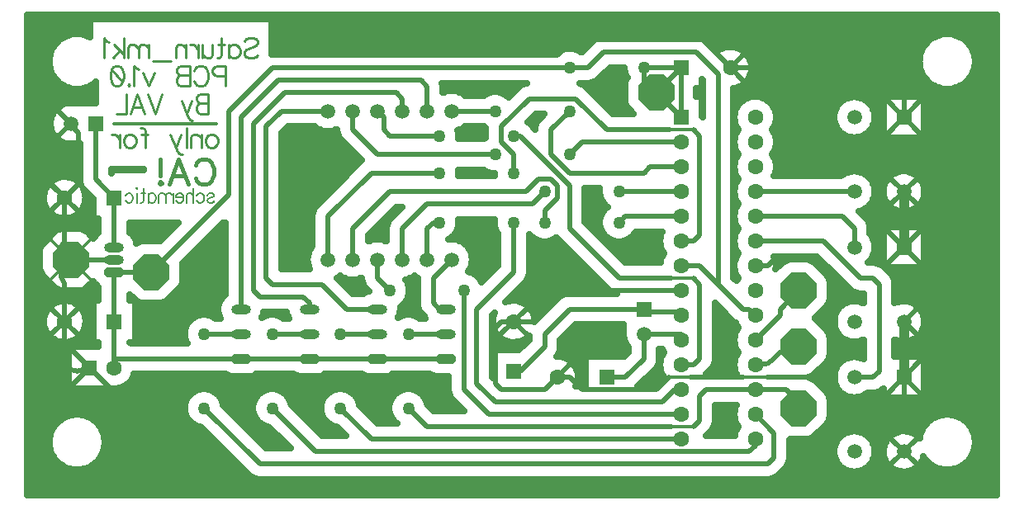
<source format=gbr>
G04 DipTrace 3.3.1.3*
G04 Bottom.gbr*
%MOIN*%
G04 #@! TF.FileFunction,Copper,L2,Bot*
G04 #@! TF.Part,Single*
%AMOUTLINE0*
4,1,8,
0.030133,0.072747,
-0.030133,0.072747,
-0.072747,0.030133,
-0.072747,-0.030133,
-0.030133,-0.072747,
0.030133,-0.072747,
0.072747,-0.030133,
0.072747,0.030133,
0.030133,0.072747,
0*%
%AMOUTLINE3*
4,1,8,
-0.072747,0.030133,
-0.072747,-0.030133,
-0.030133,-0.072747,
0.030133,-0.072747,
0.072747,-0.030133,
0.072747,0.030133,
0.030133,0.072747,
-0.030133,0.072747,
-0.072747,0.030133,
0*%
%AMOUTLINE6*
4,1,8,
-0.029528,0.019685,
-0.03937,0.009843,
-0.03937,-0.009843,
-0.029528,-0.019685,
0.029528,-0.019685,
0.03937,-0.009843,
0.03937,0.009843,
0.029528,0.019685,
-0.029528,0.019685,
0*%
G04 #@! TA.AperFunction,CopperBalancing*
%ADD13C,0.019685*%
%ADD14C,0.012992*%
G04 #@! TA.AperFunction,Conductor*
%ADD15C,0.03937*%
G04 #@! TA.AperFunction,CopperBalancing*
%ADD16C,0.025*%
G04 #@! TA.AperFunction,ComponentPad*
%ADD17C,0.062992*%
%ADD18R,0.062992X0.062992*%
%ADD19R,0.059055X0.059055*%
%ADD20C,0.059055*%
%ADD21O,0.07874X0.03937*%
%ADD22C,0.05*%
%ADD23C,0.05*%
%ADD45C,0.008749*%
%ADD46C,0.015439*%
%ADD47C,0.006562*%
%ADD48OUTLINE0*%
%ADD51OUTLINE3*%
G04 #@! TA.AperFunction,ComponentPad*
%ADD54OUTLINE6*%
%FSLAX26Y26*%
G04*
G70*
G90*
G75*
G01*
G04 Bottom*
%LPD*%
X3043701Y1831201D2*
D13*
X2643701D1*
X2593701Y1781201D1*
X2793701Y1631201D2*
X3043701D1*
Y1731201D2*
X2918701D1*
X2893701Y1706201D1*
X2593701D1*
X2518701Y1781201D1*
Y1881201D1*
X2593701Y1956201D1*
X2368701Y1706201D2*
Y1781201D1*
X2318701Y1831201D1*
Y1893701D1*
X2431201Y2006201D1*
X2618701D1*
X2743701Y1881201D1*
X2997822D1*
D14*
X3093701D1*
D13*
X3118701Y1856201D1*
Y1456201D1*
X3093701Y1431201D1*
X3043701D1*
X2793701Y1506201D2*
X2818701Y1531201D1*
X3043701D1*
Y931201D2*
X3093701D1*
X3118701Y956201D1*
Y1256201D1*
X3093701Y1281201D1*
D14*
X3005870D1*
D13*
X2793701D1*
X2593701Y1481201D1*
Y1656201D1*
X2393701Y1856201D1*
X2368701D1*
X3043701Y831201D2*
X3018701D1*
X2968701Y781201D1*
X2293701D1*
X2218701Y856201D1*
Y1156201D1*
X2368701Y1306201D1*
Y1506201D1*
X2168701Y1231201D2*
Y831201D1*
X2268701Y731201D1*
X3043701D1*
X1718701Y1956201D2*
Y1881201D1*
X1818701Y1781201D1*
X2293701D1*
Y1956201D2*
X2118701D1*
X1918701Y1356201D2*
Y1481201D1*
X2018701Y1581201D1*
X2443701D1*
X2493701Y1631201D1*
X1718701Y1356201D2*
Y1481201D1*
X1868701Y1631201D1*
X2418701D1*
X2468701Y1681201D1*
X2518701D1*
X2543701Y1656201D1*
Y1606201D1*
X2493701Y1556201D1*
Y1506201D1*
X1618701Y1356201D2*
Y1531201D1*
X1793701Y1706201D1*
X2068701D1*
Y1856201D2*
X1868701D1*
X1843701Y1881201D1*
Y1931201D1*
X1818701Y1956201D1*
X2068701Y1506201D2*
X2043701D1*
X2018701Y1481201D1*
Y1356201D1*
X1818701D2*
Y1281201D1*
X1868701Y1231201D1*
X2093701Y1156201D2*
X2068701D1*
X2043701Y1181201D1*
Y1281201D1*
X2118701Y1356201D1*
X2018701Y1956201D2*
Y2056201D1*
X1993701Y2081201D1*
X1418701D1*
X1268701Y1931201D1*
Y1156201D1*
X1543701D2*
Y1181201D1*
X1518701Y1206201D1*
X1343701D1*
X1318701Y1231201D1*
Y1906201D1*
X1443701Y2031201D1*
X1893701D1*
X1918701Y2006201D1*
Y1956201D1*
X1618701D2*
X1431201D1*
X1368701Y1893701D1*
Y1281201D1*
X1393701Y1256201D1*
X1593701D1*
X1693701Y1156201D1*
X1818701D1*
X2093701Y1056201D2*
X1943701D1*
X1268701D2*
X1118701D1*
X1543701D2*
X1393701D1*
X1818701D2*
X1668701D1*
X3043701Y631201D2*
X1793701D1*
X1668701Y756201D1*
X3343701Y631201D2*
Y606201D1*
X3318701Y581201D1*
X1568701D1*
X1393701Y756201D1*
X3343701Y731201D2*
X3418701Y656201D1*
Y556201D1*
X3393701Y531201D1*
X1343701D1*
X1118701Y756201D1*
X3343701Y831201D2*
X3468701D1*
X3518701Y781201D1*
Y756201D1*
X3343701Y831201D2*
X3143701D1*
X3118701Y806201D1*
Y706201D1*
X3093701Y681201D1*
D14*
X3006060D1*
D13*
X2018701D1*
X1943701Y756201D1*
X756201Y918701D2*
Y1306201D1*
X906201D1*
X756201Y1106201D2*
Y918701D1*
Y1306201D2*
Y1106201D1*
X2093701Y956201D2*
X1818701D1*
X1543701D2*
X1818701D1*
X1543701D2*
X1268701D1*
X3043701Y1331201D2*
X3118701D1*
X3193701Y1256201D1*
X3293701Y1156201D1*
X3318701D1*
X3343701Y1131201D1*
X2593701Y2131201D2*
X2668701D1*
X2731201Y2193701D1*
X3106201D1*
X3193701Y2106201D1*
Y1256201D1*
X1268701Y956201D2*
X768701D1*
X756201Y943701D1*
Y918701D1*
X906201Y1306201D2*
X1218701Y1618701D1*
Y1956201D1*
X1393701Y2131201D1*
X2593701D1*
X756201Y1356201D2*
X581201D1*
X656201Y918701D2*
X606201Y906201D1*
G02X556201Y956201I-6J49994D01*
G01*
Y1106201D1*
Y1256201D1*
G02X581201Y1356201I48589J40978D01*
G01*
X556201Y1606201D2*
Y1431201D1*
G03X581201Y1356201I26831J-32723D01*
G01*
X3943701Y1631201D2*
D15*
Y1406201D1*
Y1106201D2*
Y881201D1*
X3243701Y2131201D2*
D13*
X3818701D1*
G02X3943701Y2006201I5J-124995D01*
G01*
Y1931201D1*
X3343701Y1331201D2*
X3393701D1*
X3418701Y1356201D1*
X3593701D1*
X3668701Y1281201D1*
Y881201D1*
Y806201D1*
X3693701Y781201D1*
X3918701D1*
X3943701Y806201D1*
Y881201D1*
X2543701D2*
X2493701Y831201D1*
X2318701D1*
X2293701Y856201D1*
Y1081201D1*
X2318701Y1106201D1*
X2368701D1*
X2443701D1*
X2568701Y1231201D1*
X3043701D1*
X756201Y1356201D2*
X556201D1*
Y1606201D1*
X543701Y1593701D1*
Y1618701D1*
X481201Y1681201D1*
Y2237450D1*
X574951Y2331201D1*
X1387450D1*
Y2181201D1*
X2543701D1*
X2606201Y2243701D1*
X3131201D1*
X3243701Y2131201D1*
X2543701Y881201D2*
X2593701D1*
X2643701Y831201D1*
X2943701D1*
X2993701Y881201D1*
D14*
X3081530D1*
D13*
X3295362D1*
D14*
X3392286D1*
D13*
X3668701D1*
X581201Y1906201D2*
X574951D1*
X612450Y1868701D1*
Y1662451D1*
X556201Y1606201D1*
X756201Y1906201D2*
D14*
X1168701D1*
X2893701Y1056201D2*
D13*
X3043701D1*
Y1031201D1*
X2743701Y881201D2*
X2818701D1*
X2893701Y956201D1*
Y1056201D1*
X3343701Y1431201D2*
X3618701D1*
X3768701Y1281201D1*
X3818701D1*
X3843701Y1256201D1*
Y906201D1*
X3818701Y881201D1*
X3743701D1*
X3343701Y1531201D2*
X3693701D1*
X3743701Y1481201D1*
Y1406201D1*
X3343701Y1631201D2*
X3743701D1*
X756201Y1606201D2*
Y1406201D1*
X681201Y1906201D2*
Y1681201D1*
X756201Y1606201D1*
X2893701Y2131201D2*
X3043701D1*
Y1931201D1*
X2893701Y2131201D2*
Y2081201D1*
G03X2943701Y2031201I49994J-6D01*
G01*
D3*
X3043701Y2131201D2*
X2943701Y2031201D1*
X3043701Y1931201D2*
X2943701Y2031201D1*
X3343701Y931201D2*
X3368701D1*
G03X3418701Y956201I6J62489D01*
G01*
G02X3518701Y1006201I100038J-75077D01*
G01*
D3*
X3343701Y1031201D2*
X3443701Y1131201D1*
Y1156201D1*
X3518701Y1231201D1*
X3043701Y1131201D2*
Y1143701D1*
X2893701D1*
Y1156201D1*
X2368701Y906201D2*
X2393701D1*
X2493701Y1006201D1*
Y1056201D1*
X2593701Y1156201D1*
X2893701D1*
X408719Y2318832D2*
D16*
X655626D1*
X1395785D2*
X4316207D1*
X408719Y2293963D2*
X655626D1*
X1395785D2*
X4316207D1*
X408719Y2269094D2*
X655626D1*
X1395785D2*
X4316207D1*
X408719Y2244226D2*
X534588D1*
X1395785D2*
X2691551D1*
X3145857D2*
X4047076D1*
X4190337D2*
X4316207D1*
X408719Y2219357D2*
X511299D1*
X1395785D2*
X2665678D1*
X3171730D2*
X4023787D1*
X4213591D2*
X4316207D1*
X408719Y2194488D2*
X498525D1*
X1395785D2*
X2545825D1*
X3301990D2*
X4011012D1*
X4226366D2*
X4316207D1*
X408719Y2169619D2*
X492568D1*
X3321294D2*
X4005092D1*
X4232323D2*
X4316207D1*
X408719Y2144751D2*
X492353D1*
X3329476D2*
X4004877D1*
X4232538D2*
X4316207D1*
X408719Y2119882D2*
X497843D1*
X2748583D2*
X2814167D1*
X3329799D2*
X4010331D1*
X4227083D2*
X4316207D1*
X408719Y2095013D2*
X509972D1*
X2723715D2*
X2822241D1*
X3322407D2*
X4022495D1*
X4214919D2*
X4316207D1*
X408719Y2070144D2*
X532148D1*
X2685534D2*
X2816320D1*
X3304429D2*
X4044636D1*
X4192778D2*
X4316207D1*
X408719Y2045276D2*
X588773D1*
X623629D2*
X680601D1*
X2083900D2*
X2379071D1*
X2670822D2*
X2815567D1*
X3108896D2*
X3128476D1*
X3258928D2*
X4101261D1*
X4136117D2*
X4316207D1*
X408719Y2020407D2*
X680601D1*
X2172857D2*
X2247125D1*
X2340257D2*
X2354203D1*
X2695690D2*
X2815567D1*
X3108896D2*
X3128476D1*
X3258928D2*
X4316207D1*
X408719Y1995538D2*
X680601D1*
X2720558D2*
X2815890D1*
X3258928D2*
X3286618D1*
X3400778D2*
X3689706D1*
X3797693D2*
X3858791D1*
X4028608D2*
X4316207D1*
X408719Y1970669D2*
X527375D1*
X2745425D2*
X2825184D1*
X3258928D2*
X3266640D1*
X3420765D2*
X3668857D1*
X3818542D2*
X3858791D1*
X4028608D2*
X4316207D1*
X408719Y1945801D2*
X506455D1*
X2770293D2*
X2848938D1*
X3429306D2*
X3660101D1*
X3827298D2*
X3858791D1*
X4028608D2*
X4316207D1*
X408719Y1920932D2*
X497627D1*
X2437108D2*
X2467669D1*
X3429951D2*
X3659455D1*
X3827944D2*
X3858791D1*
X4028608D2*
X4316207D1*
X408719Y1896063D2*
X496946D1*
X2445038D2*
X2455290D1*
X3422919D2*
X3666668D1*
X3820731D2*
X3858791D1*
X4028608D2*
X4316207D1*
X408719Y1871194D2*
X504122D1*
X1437375D2*
X1654282D1*
X2147630D2*
X2253476D1*
X3258928D2*
X3266890D1*
X3420479D2*
X3684718D1*
X3802681D2*
X3858791D1*
X4028608D2*
X4316207D1*
X408719Y1846325D2*
X522101D1*
X1433930D2*
X1664079D1*
X2148455D2*
X2248525D1*
X3429198D2*
X4316207D1*
X408719Y1821457D2*
X615974D1*
X1433930D2*
X1687260D1*
X3429988D2*
X4316207D1*
X408719Y1796588D2*
X615974D1*
X1433930D2*
X1712127D1*
X3423134D2*
X4316207D1*
X408719Y1771719D2*
X615974D1*
X1433930D2*
X1736996D1*
X3258928D2*
X3267201D1*
X3420192D2*
X4316207D1*
X408719Y1746850D2*
X615974D1*
X1433930D2*
X1743168D1*
X3429091D2*
X4316207D1*
X408719Y1721982D2*
X615974D1*
X1433930D2*
X1718301D1*
X3430059D2*
X4316207D1*
X408719Y1697113D2*
X615974D1*
X1433930D2*
X1693432D1*
X2148528D2*
X2288858D1*
X3423385D2*
X3691751D1*
X3795648D2*
X3891769D1*
X3995630D2*
X4316207D1*
X408719Y1672244D2*
X501217D1*
X1433930D2*
X1668564D1*
X3258928D2*
X3267512D1*
X3817644D2*
X3869736D1*
X4017663D2*
X4316207D1*
X408719Y1647375D2*
X480080D1*
X1433930D2*
X1643697D1*
X3827010D2*
X3860407D1*
X4026993D2*
X4316207D1*
X408719Y1622507D2*
X470930D1*
X1433930D2*
X1618829D1*
X2658908D2*
X2713835D1*
X3828123D2*
X3859259D1*
X4028142D2*
X4316207D1*
X408719Y1597638D2*
X469782D1*
X642648D2*
X669333D1*
X1433930D2*
X1593962D1*
X2658908D2*
X2720940D1*
X3821449D2*
X3865933D1*
X4021467D2*
X4316207D1*
X408719Y1572769D2*
X476240D1*
X636152D2*
X669333D1*
X1433930D2*
X1569238D1*
X2658908D2*
X2739743D1*
X3258928D2*
X3267760D1*
X3804295D2*
X3883121D1*
X4004314D2*
X4316207D1*
X408719Y1547900D2*
X492711D1*
X619682D2*
X669333D1*
X1433930D2*
X1555744D1*
X1876597D2*
X1894205D1*
X2658908D2*
X2725425D1*
X3768197D2*
X4316207D1*
X408719Y1523031D2*
X539541D1*
X572853D2*
X669333D1*
X1433930D2*
X1553484D1*
X1851730D2*
X1869480D1*
X2658908D2*
X2715163D1*
X3792920D2*
X4316207D1*
X408719Y1498163D2*
X690971D1*
X821423D2*
X1006967D1*
X1189344D2*
X1203505D1*
X1433930D2*
X1553484D1*
X1826862D2*
X1855808D1*
X2148671D2*
X2288751D1*
X2667915D2*
X2713764D1*
X3806592D2*
X4316207D1*
X408719Y1473294D2*
X519768D1*
X642612D2*
X690971D1*
X821423D2*
X982100D1*
X1164475D2*
X1203505D1*
X1433930D2*
X1553484D1*
X1801993D2*
X1853476D1*
X2141781D2*
X2295640D1*
X2692783D2*
X2720617D1*
X3258928D2*
X3268071D1*
X3808925D2*
X3858791D1*
X4028608D2*
X4316207D1*
X408719Y1448425D2*
X493286D1*
X837391D2*
X957232D1*
X1139608D2*
X1203505D1*
X1433930D2*
X1553484D1*
X1783908D2*
X1853476D1*
X2123408D2*
X2303499D1*
X2717651D2*
X2738990D1*
X2848413D2*
X2958601D1*
X3816963D2*
X3858791D1*
X4028608D2*
X4316207D1*
X408719Y1423556D2*
X468417D1*
X1114740D2*
X1203505D1*
X1433930D2*
X1553484D1*
X2168659D2*
X2303499D1*
X2433915D2*
X2560143D1*
X2742518D2*
X2957165D1*
X3826760D2*
X3858791D1*
X4028608D2*
X4316207D1*
X408719Y1398688D2*
X454530D1*
X1089873D2*
X1203505D1*
X1433930D2*
X1545589D1*
X2191804D2*
X2303499D1*
X2433915D2*
X2585010D1*
X2767386D2*
X2963337D1*
X3828266D2*
X3858791D1*
X4028608D2*
X4316207D1*
X408719Y1373819D2*
X453096D1*
X1065005D2*
X1203505D1*
X1433930D2*
X1535722D1*
X2201707D2*
X2303499D1*
X2433915D2*
X2609878D1*
X2792255D2*
X2968398D1*
X3258928D2*
X3268382D1*
X3821987D2*
X3858791D1*
X4028608D2*
X4316207D1*
X408719Y1348950D2*
X453096D1*
X1040136D2*
X1203505D1*
X1433930D2*
X1534106D1*
X2203287D2*
X2303499D1*
X2433915D2*
X2634747D1*
X2817157D2*
X2958709D1*
X3428696D2*
X3458324D1*
X3579087D2*
X3609756D1*
X3805444D2*
X3858791D1*
X4028608D2*
X4316207D1*
X408719Y1324081D2*
X453131D1*
X1034324D2*
X1203505D1*
X1433930D2*
X1540315D1*
X2197079D2*
X2295390D1*
X2433915D2*
X2659614D1*
X3605963D2*
X3634623D1*
X4028608D2*
X4316207D1*
X408719Y1299213D2*
X460416D1*
X1034324D2*
X1203505D1*
X2209136D2*
X2270522D1*
X2433520D2*
X2684517D1*
X3630832D2*
X3659491D1*
X3891853D2*
X4316207D1*
X408719Y1274344D2*
X482915D1*
X1034287D2*
X1203505D1*
X1666747D2*
X1706781D1*
X1730621D2*
X1753861D1*
X1936021D2*
X1978496D1*
X2236013D2*
X2245654D1*
X2425231D2*
X2709386D1*
X3645185D2*
X3684358D1*
X3906243D2*
X4316207D1*
X408719Y1249475D2*
X507783D1*
X654633D2*
X686450D1*
X1027147D2*
X1203505D1*
X1691614D2*
X1762114D1*
X1946895D2*
X1978496D1*
X2403161D2*
X2734253D1*
X3646801D2*
X3709227D1*
X3908898D2*
X4316207D1*
X408719Y1224606D2*
X690971D1*
X1004755D2*
X1203505D1*
X1716482D2*
X1772341D1*
X1948797D2*
X1978496D1*
X2378294D2*
X2764181D1*
X3646801D2*
X3739190D1*
X3908898D2*
X4316207D1*
X408719Y1199738D2*
X690971D1*
X821423D2*
X832499D1*
X979887D2*
X1188470D1*
X1942445D2*
X1978496D1*
X2353427D2*
X2546041D1*
X3646801D2*
X3778483D1*
X3908898D2*
X4316207D1*
X408719Y1174869D2*
X504697D1*
X607732D2*
X669333D1*
X843060D2*
X1176413D1*
X1924969D2*
X1978819D1*
X2420207D2*
X2521173D1*
X3639874D2*
X3695663D1*
X3991755D2*
X4316207D1*
X408719Y1150000D2*
X481588D1*
X630806D2*
X669333D1*
X843060D2*
X1174224D1*
X1913163D2*
X1986786D1*
X2443316D2*
X2496304D1*
X3183930D2*
X3208714D1*
X3617663D2*
X3671404D1*
X4015976D2*
X4316207D1*
X408719Y1125131D2*
X471469D1*
X640925D2*
X669333D1*
X843060D2*
X1079992D1*
X1157442D2*
X1180934D1*
X1432423D2*
X1455950D1*
X1982420D2*
X2005948D1*
X2453400D2*
X2471437D1*
X3183930D2*
X3233581D1*
X3592794D2*
X3660999D1*
X4026383D2*
X4316207D1*
X408719Y1100262D2*
X469530D1*
X642864D2*
X669333D1*
X843060D2*
X1052003D1*
X3183930D2*
X3262719D1*
X3604780D2*
X3659025D1*
X4028392D2*
X4316207D1*
X408719Y1075394D2*
X475164D1*
X637230D2*
X669333D1*
X843060D2*
X1040735D1*
X2604077D2*
X2808820D1*
X3183930D2*
X3269323D1*
X3629647D2*
X3664766D1*
X4022615D2*
X4316207D1*
X408719Y1050525D2*
X490307D1*
X622087D2*
X669333D1*
X843060D2*
X1038546D1*
X2283919D2*
X2302818D1*
X2579210D2*
X2809000D1*
X3183930D2*
X3259096D1*
X3644862D2*
X3680448D1*
X4006934D2*
X4316207D1*
X408719Y1025656D2*
X528596D1*
X583798D2*
X669333D1*
X843060D2*
X1044575D1*
X2283919D2*
X2341106D1*
X2396308D2*
X2421953D1*
X2558899D2*
X2814669D1*
X3183930D2*
X3257014D1*
X3646801D2*
X3723831D1*
X3763567D2*
X3778483D1*
X3908898D2*
X3923814D1*
X3963585D2*
X4316207D1*
X408719Y1000787D2*
X569324D1*
X2283919D2*
X2397085D1*
X2558684D2*
X2828486D1*
X3183930D2*
X3262504D1*
X3646801D2*
X3778483D1*
X3908898D2*
X4316207D1*
X408719Y975919D2*
X569324D1*
X2551113D2*
X2822241D1*
X2958900D2*
X2969654D1*
X3183930D2*
X3269646D1*
X3646801D2*
X3778483D1*
X3908898D2*
X4316207D1*
X408719Y951050D2*
X569324D1*
X2593528D2*
X2656850D1*
X3183715D2*
X3259203D1*
X3640520D2*
X3697492D1*
X4028608D2*
X4316207D1*
X408719Y926181D2*
X569324D1*
X2617570D2*
X2656850D1*
X3176251D2*
X3256978D1*
X3618846D2*
X3672157D1*
X4028608D2*
X4316207D1*
X408719Y901312D2*
X569324D1*
X2628119D2*
X2656850D1*
X2930013D2*
X2962297D1*
X3155008D2*
X3262289D1*
X3593979D2*
X3661285D1*
X4028608D2*
X4316207D1*
X408719Y876444D2*
X569324D1*
X831722D2*
X2103480D1*
X2630416D2*
X2656850D1*
X2905146D2*
X2969976D1*
X3574566D2*
X3658953D1*
X4028608D2*
X4316207D1*
X408719Y851575D2*
X569324D1*
X809797D2*
X2103480D1*
X2625177D2*
X2656850D1*
X2880278D2*
X2947871D1*
X3603488D2*
X3664299D1*
X4028608D2*
X4316207D1*
X408719Y826706D2*
X1083150D1*
X1154248D2*
X1358130D1*
X1429265D2*
X1633147D1*
X1704245D2*
X1908127D1*
X1979262D2*
X2103660D1*
X3628356D2*
X3679407D1*
X4028608D2*
X4316207D1*
X408719Y801837D2*
X1053115D1*
X1184283D2*
X1328096D1*
X1459301D2*
X1603112D1*
X1734281D2*
X1878092D1*
X2009297D2*
X2110802D1*
X3644504D2*
X3719059D1*
X3768340D2*
X3858791D1*
X4028608D2*
X4316207D1*
X408719Y776969D2*
X1041165D1*
X1196234D2*
X1316146D1*
X1471249D2*
X1591163D1*
X1746266D2*
X1866143D1*
X2021247D2*
X2131757D1*
X3646801D2*
X4316207D1*
X408719Y752100D2*
X1038438D1*
X1213996D2*
X1313454D1*
X1488976D2*
X1588436D1*
X1763992D2*
X1863451D1*
X2038974D2*
X2156626D1*
X3183930D2*
X3259454D1*
X3646801D2*
X4316207D1*
X408719Y727231D2*
X576357D1*
X636045D2*
X1043929D1*
X1238864D2*
X1318909D1*
X1513844D2*
X1593925D1*
X1788861D2*
X1868906D1*
X3183930D2*
X3256942D1*
X3646801D2*
X4088845D1*
X4148568D2*
X4316207D1*
X408719Y702362D2*
X529349D1*
X683054D2*
X1059933D1*
X1263731D2*
X1334949D1*
X1538711D2*
X1609929D1*
X1813728D2*
X1884946D1*
X3183786D2*
X3261930D1*
X3641202D2*
X4041837D1*
X4195541D2*
X4316207D1*
X408719Y677493D2*
X508465D1*
X703938D2*
X1106223D1*
X1288598D2*
X1381203D1*
X1563580D2*
X1656220D1*
X3176969D2*
X3270686D1*
X3620138D2*
X4020953D1*
X4216425D2*
X4316207D1*
X408719Y652625D2*
X497054D1*
X715349D2*
X1131091D1*
X1313467D2*
X1406072D1*
X1588483D2*
X1681088D1*
X3156299D2*
X3259597D1*
X3595270D2*
X3700112D1*
X3787286D2*
X3900130D1*
X3987269D2*
X4009541D1*
X4227873D2*
X4316207D1*
X408719Y627756D2*
X492138D1*
X720265D2*
X1155959D1*
X1338335D2*
X1430940D1*
X3483921D2*
X3673198D1*
X3814199D2*
X3873217D1*
X4232753D2*
X4316207D1*
X408719Y602887D2*
X492891D1*
X719512D2*
X1180827D1*
X1363202D2*
X1455843D1*
X3483921D2*
X3661715D1*
X3825682D2*
X3861698D1*
X4232000D2*
X4316207D1*
X408719Y578018D2*
X499421D1*
X712980D2*
X1205694D1*
X3483921D2*
X3658881D1*
X3828554D2*
X3858864D1*
X4225469D2*
X4316207D1*
X408719Y553150D2*
X512986D1*
X699416D2*
X1230562D1*
X3483850D2*
X3663726D1*
X3823673D2*
X3863707D1*
X4211904D2*
X4316207D1*
X408719Y528281D2*
X537747D1*
X674656D2*
X1255430D1*
X3477354D2*
X3678043D1*
X3809356D2*
X3878026D1*
X4009374D2*
X4050234D1*
X4187180D2*
X4316207D1*
X408719Y503412D2*
X1280298D1*
X3457117D2*
X3714035D1*
X3773364D2*
X3914017D1*
X3973382D2*
X4316207D1*
X408719Y478543D2*
X1307139D1*
X3430274D2*
X4316207D1*
X408719Y453675D2*
X4316207D1*
X408719Y428806D2*
X4316207D1*
X2453047Y1104364D2*
X2475339Y1126529D1*
X2552972Y1203888D1*
X2560933Y1209672D1*
X2569702Y1214139D1*
X2579060Y1217181D1*
X2588781Y1218720D1*
X2612073Y1218913D1*
X2786434D1*
X2779060Y1220220D1*
X2769702Y1223261D1*
X2760933Y1227730D1*
X2752972Y1233513D1*
X2736365Y1249848D1*
X2546013Y1440472D1*
X2542954Y1444356D1*
X2539471Y1443202D1*
X2534387Y1439806D1*
X2529052Y1436818D1*
X2523500Y1434259D1*
X2517764Y1432142D1*
X2511879Y1430482D1*
X2505882Y1429290D1*
X2499811Y1428571D1*
X2493701Y1428331D1*
X2487591Y1428571D1*
X2481520Y1429290D1*
X2475522Y1430482D1*
X2469638Y1432142D1*
X2463902Y1434259D1*
X2458349Y1436818D1*
X2453014Y1439806D1*
X2447930Y1443202D1*
X2443129Y1446988D1*
X2438638Y1451138D1*
X2431427Y1459510D1*
X2431220Y1301281D1*
X2429681Y1291560D1*
X2426639Y1282202D1*
X2422172Y1273433D1*
X2416388Y1265472D1*
X2400054Y1248865D1*
X2334513Y1183324D1*
X2342694Y1186458D1*
X2351570Y1188810D1*
X2360648Y1190181D1*
X2369823Y1190559D1*
X2378983Y1189938D1*
X2388022Y1188324D1*
X2396832Y1185739D1*
X2405310Y1182210D1*
X2413353Y1177782D1*
X2420867Y1172505D1*
X2427764Y1166444D1*
X2433961Y1159669D1*
X2439385Y1152260D1*
X2443971Y1144306D1*
X2447667Y1135902D1*
X2450427Y1127144D1*
X2452218Y1118139D1*
X2453021Y1108992D1*
X2453047Y1104364D1*
X2430992Y1049303D2*
X2424424Y1042856D1*
X2417210Y1037176D1*
X2409423Y1032312D1*
X2401151Y1028325D1*
X2392496Y1025260D1*
X2383559Y1023154D1*
X2374446Y1022030D1*
X2365266Y1021904D1*
X2356126Y1022777D1*
X2347134Y1024638D1*
X2338399Y1027465D1*
X2330021Y1031224D1*
X2322102Y1035871D1*
X2314736Y1041352D1*
X2308008Y1047600D1*
X2301999Y1054543D1*
X2296781Y1062097D1*
X2292413Y1070175D1*
X2288950Y1078677D1*
X2286432Y1087508D1*
X2284887Y1096559D1*
X2284336Y1105723D1*
X2284783Y1114895D1*
X2286226Y1123962D1*
X2288644Y1132820D1*
X2291576Y1140386D1*
X2281430Y1130241D1*
X2281413Y882154D1*
X2284335Y879257D1*
Y990567D1*
X2389367D1*
X2430984Y1032173D1*
X2430988Y1049298D1*
X2628047Y879364D2*
X2627348Y870209D1*
X2625657Y861184D1*
X2622997Y852396D1*
X2619381Y843917D1*
X2659324Y843913D1*
X2659335Y965567D1*
X2814390D1*
X2830966Y982155D1*
X2830988Y1002743D1*
X2827039Y1007769D1*
X2823445Y1013148D1*
X2820283Y1018793D1*
X2817575Y1024668D1*
X2815336Y1030739D1*
X2813580Y1036966D1*
X2812318Y1043311D1*
X2811558Y1049736D1*
X2811303Y1056201D1*
X2811558Y1062665D1*
X2813260Y1073825D1*
X2811303Y1073803D1*
Y1093504D1*
X2619654Y1093488D1*
X2556417Y1030228D1*
X2556220Y1001281D1*
X2554681Y991560D1*
X2551639Y982202D1*
X2547172Y973433D1*
X2544424Y969324D1*
X2542986Y965564D1*
X2552157Y965142D1*
X2561230Y963726D1*
X2570093Y961332D1*
X2578646Y957990D1*
X2586783Y953738D1*
X2594411Y948626D1*
X2601437Y942717D1*
X2607781Y936077D1*
X2613365Y928789D1*
X2618123Y920937D1*
X2622001Y912613D1*
X2624950Y903919D1*
X2626938Y894954D1*
X2627940Y885827D1*
X2628047Y879364D1*
X640547Y1104364D2*
X639848Y1095209D1*
X638157Y1086184D1*
X635497Y1077396D1*
X631898Y1068949D1*
X627400Y1060944D1*
X622060Y1053474D1*
X615941Y1046630D1*
X609113Y1040490D1*
X601659Y1035129D1*
X593667Y1030610D1*
X585230Y1026986D1*
X576450Y1024301D1*
X567429Y1022585D1*
X558277Y1021860D1*
X549098Y1022134D1*
X540005Y1023404D1*
X531104Y1025654D1*
X522499Y1028858D1*
X514294Y1032979D1*
X506584Y1037967D1*
X499463Y1043762D1*
X493014Y1050298D1*
X487314Y1057496D1*
X482428Y1065270D1*
X478417Y1073530D1*
X475328Y1082176D1*
X473196Y1091108D1*
X472047Y1100217D1*
X471895Y1109398D1*
X472741Y1118541D1*
X474577Y1127537D1*
X477379Y1136281D1*
X481114Y1144668D1*
X485740Y1152600D1*
X491199Y1159983D1*
X497429Y1166727D1*
X504354Y1172756D1*
X511894Y1177996D1*
X519958Y1182386D1*
X528453Y1185873D1*
X537274Y1188417D1*
X546322Y1189987D1*
X555486Y1190564D1*
X564657Y1190142D1*
X573730Y1188726D1*
X582593Y1186332D1*
X591146Y1182990D1*
X599283Y1178738D1*
X606911Y1173626D1*
X613937Y1167717D1*
X620281Y1161077D1*
X625865Y1153789D1*
X630623Y1145937D1*
X634501Y1137613D1*
X637450Y1128919D1*
X639438Y1119954D1*
X640440Y1110827D1*
X640547Y1104364D1*
X818924Y1190567D2*
X840567D1*
Y1021835D1*
X818929D1*
X823819Y1018913D1*
X1050356D1*
X1046759Y1026402D1*
X1044642Y1032138D1*
X1042982Y1038022D1*
X1041790Y1044020D1*
X1041071Y1050091D1*
X1040831Y1056201D1*
X1041071Y1062311D1*
X1041790Y1068382D1*
X1042982Y1074379D1*
X1044642Y1080264D1*
X1046759Y1086000D1*
X1049318Y1091552D1*
X1052306Y1096887D1*
X1055702Y1101971D1*
X1059488Y1106773D1*
X1063638Y1111264D1*
X1068129Y1115413D1*
X1072930Y1119199D1*
X1078014Y1122596D1*
X1083349Y1125584D1*
X1088902Y1128143D1*
X1094638Y1130260D1*
X1100522Y1131920D1*
X1106520Y1133112D1*
X1112591Y1133831D1*
X1118701Y1134071D1*
X1124811Y1133831D1*
X1130882Y1133112D1*
X1136879Y1131920D1*
X1142764Y1130260D1*
X1148500Y1128143D1*
X1154052Y1125584D1*
X1159387Y1122596D1*
X1164828Y1118919D1*
X1186773Y1118913D1*
X1181983Y1128436D1*
X1178466Y1139264D1*
X1176684Y1150508D1*
Y1161894D1*
X1178466Y1173138D1*
X1181983Y1183966D1*
X1187152Y1194110D1*
X1193844Y1203322D1*
X1201895Y1211373D1*
X1206001Y1214610D1*
X1205988Y1505533D1*
X1194215Y1505534D1*
X1031407Y1342718D1*
X1031818Y1336318D1*
X1031655Y1271920D1*
X1030357Y1263726D1*
X1027793Y1255836D1*
X1024026Y1248444D1*
X1019151Y1241732D1*
X1003341Y1225692D1*
X970669Y1193251D1*
X963958Y1188375D1*
X956566Y1184609D1*
X948676Y1182045D1*
X940482Y1180747D1*
X908774Y1180584D1*
X871920Y1180747D1*
X863726Y1182045D1*
X855836Y1184609D1*
X848444Y1188375D1*
X841732Y1193251D1*
X818917Y1215836D1*
X818913Y1190546D1*
X3128067Y2083118D2*
Y2046835D1*
X3106429D1*
X3106413Y2015546D1*
X3128067Y2015567D1*
Y1933643D1*
X3131000Y1931591D1*
X3130988Y2080210D1*
X3128067Y2083144D1*
X455584Y1326089D2*
X455711Y1390005D1*
X456728Y1397277D1*
X458744Y1404339D1*
X461718Y1411052D1*
X465594Y1417290D1*
X470302Y1422934D1*
X516370Y1468839D1*
X522231Y1473261D1*
X528650Y1476829D1*
X535500Y1479474D1*
X542651Y1481143D1*
X549971Y1481806D1*
X615366Y1481664D1*
X622631Y1480597D1*
X629678Y1478533D1*
X636371Y1475513D1*
X642583Y1471594D1*
X648190Y1466853D1*
X673276Y1441776D1*
X677818Y1448848D1*
X685211Y1457505D1*
X693501Y1464610D1*
X693478Y1521835D1*
X671835D1*
Y1601892D1*
X633501Y1640487D1*
X633059Y1640993D1*
X636385Y1632434D1*
X638761Y1623566D1*
X640159Y1614491D1*
X640567Y1606201D1*
X640067Y1597033D1*
X638575Y1587972D1*
X636105Y1579129D1*
X632690Y1570606D1*
X628369Y1562505D1*
X623193Y1554921D1*
X617224Y1547945D1*
X610531Y1541657D1*
X603196Y1536136D1*
X595303Y1531444D1*
X586948Y1527636D1*
X578228Y1524761D1*
X569248Y1522849D1*
X560113Y1521925D1*
X550930Y1522000D1*
X541812Y1523071D1*
X532864Y1525127D1*
X524192Y1528143D1*
X515898Y1532084D1*
X508083Y1536903D1*
X500836Y1542542D1*
X494247Y1548936D1*
X488390Y1556008D1*
X483337Y1563673D1*
X479147Y1571844D1*
X475870Y1580421D1*
X473545Y1589303D1*
X472197Y1598386D1*
X471845Y1607560D1*
X472493Y1616720D1*
X474131Y1625755D1*
X476743Y1634556D1*
X480295Y1643024D1*
X484745Y1651055D1*
X490043Y1658554D1*
X496125Y1665433D1*
X502917Y1671612D1*
X510341Y1677014D1*
X518308Y1681579D1*
X526724Y1685249D1*
X535490Y1687986D1*
X544499Y1689752D1*
X553648Y1690529D1*
X562827Y1690306D1*
X571928Y1689088D1*
X580843Y1686888D1*
X589465Y1683732D1*
X597693Y1679659D1*
X605430Y1674714D1*
X612584Y1668958D1*
X619071Y1662459D1*
X623102Y1657592D1*
X620220Y1666560D1*
X618681Y1676281D1*
X618488Y1699573D1*
Y1823769D1*
X598803Y1823803D1*
Y1825705D1*
X589357Y1824207D1*
X580185Y1823810D1*
X571024Y1824434D1*
X561991Y1826073D1*
X553194Y1828709D1*
X544747Y1832306D1*
X536752Y1836820D1*
X529308Y1842196D1*
X522510Y1848366D1*
X516440Y1855256D1*
X511175Y1862777D1*
X506778Y1870837D1*
X503306Y1879337D1*
X500801Y1888171D1*
X499293Y1897227D1*
X498803Y1906396D1*
X499337Y1915562D1*
X500886Y1924612D1*
X503433Y1933433D1*
X506946Y1941916D1*
X511381Y1949957D1*
X516682Y1957453D1*
X522785Y1964312D1*
X529613Y1970450D1*
X537081Y1975791D1*
X545098Y1980268D1*
X553563Y1983825D1*
X562370Y1986417D1*
X571412Y1988014D1*
X580575Y1988596D1*
X589747Y1988154D1*
X598804Y1986696D1*
X598803Y1988598D1*
X683112Y1988735D1*
Y2074892D1*
X671988Y2065651D1*
X664681Y2060769D1*
X657013Y2056475D1*
X649033Y2052795D1*
X640787Y2049753D1*
X632329Y2047367D1*
X623710Y2045654D1*
X614983Y2044621D1*
X606201Y2044276D1*
X597419Y2044621D1*
X588692Y2045654D1*
X580072Y2047367D1*
X571614Y2049753D1*
X563369Y2052795D1*
X555388Y2056475D1*
X547720Y2060769D1*
X540413Y2065651D1*
X533512Y2071092D1*
X527058Y2077058D1*
X521092Y2083512D1*
X515651Y2090413D1*
X510769Y2097720D1*
X506475Y2105388D1*
X502795Y2113369D1*
X499753Y2121614D1*
X497367Y2130072D1*
X495654Y2138692D1*
X494621Y2147419D1*
X494276Y2156201D1*
X494621Y2164983D1*
X495654Y2173710D1*
X497367Y2182329D1*
X499753Y2190787D1*
X502795Y2199033D1*
X506475Y2207013D1*
X510769Y2214681D1*
X515651Y2221988D1*
X521092Y2228890D1*
X527058Y2235344D1*
X533512Y2241310D1*
X540413Y2246751D1*
X547720Y2251633D1*
X555388Y2255927D1*
X563369Y2259606D1*
X571614Y2262648D1*
X580072Y2265034D1*
X588692Y2266748D1*
X597419Y2267781D1*
X606201Y2268126D1*
X614983Y2267781D1*
X623710Y2266748D1*
X632329Y2265034D1*
X640787Y2262648D1*
X649033Y2259606D1*
X658122Y2255306D1*
X658112Y2329290D1*
X1393283D1*
Y2193899D1*
X2547556Y2193913D1*
X2553014Y2197596D1*
X2558349Y2200584D1*
X2563902Y2203143D1*
X2569638Y2205260D1*
X2575522Y2206920D1*
X2581520Y2208112D1*
X2587591Y2208831D1*
X2593701Y2209071D1*
X2599811Y2208831D1*
X2605882Y2208112D1*
X2611879Y2206920D1*
X2617764Y2205260D1*
X2623500Y2203143D1*
X2629052Y2200584D1*
X2634387Y2197596D1*
X2639828Y2193919D1*
X2643844Y2195033D1*
X2690472Y2241388D1*
X2698433Y2247172D1*
X2707202Y2251640D1*
X2716560Y2254681D1*
X2726281Y2256220D1*
X2749573Y2256413D1*
X3111121Y2256220D1*
X3120841Y2254681D1*
X3130199Y2251640D1*
X3138969Y2247172D1*
X3146929Y2241388D1*
X3163537Y2225054D1*
X3191270Y2197320D1*
X3199394Y2202996D1*
X3207458Y2207386D1*
X3215953Y2210873D1*
X3224774Y2213417D1*
X3233822Y2214987D1*
X3242986Y2215564D1*
X3252157Y2215142D1*
X3261230Y2213726D1*
X3270093Y2211332D1*
X3278646Y2207990D1*
X3286783Y2203738D1*
X3294411Y2198626D1*
X3301437Y2192717D1*
X3307781Y2186077D1*
X3313365Y2178789D1*
X3318123Y2170937D1*
X3322001Y2162613D1*
X3324950Y2153919D1*
X3326938Y2144954D1*
X3327940Y2135827D1*
X3327987Y2127528D1*
X3327088Y2118390D1*
X3325202Y2109404D1*
X3322352Y2100676D1*
X3318568Y2092310D1*
X3313899Y2084404D1*
X3308398Y2077052D1*
X3302130Y2070343D1*
X3295171Y2064353D1*
X3287601Y2059156D1*
X3279512Y2054812D1*
X3270999Y2051373D1*
X3262161Y2048879D1*
X3256413Y2047801D1*
Y1282192D1*
X3268723Y1269869D1*
X3271766Y1275282D1*
X3275752Y1281176D1*
X3270837Y1288673D1*
X3266647Y1296844D1*
X3263370Y1305421D1*
X3261045Y1314303D1*
X3259697Y1323386D1*
X3259345Y1332560D1*
X3259993Y1341720D1*
X3261631Y1350755D1*
X3264243Y1359556D1*
X3267795Y1368024D1*
X3272245Y1376055D1*
X3275749Y1381196D1*
X3271766Y1387119D1*
X3268530Y1392899D1*
X3265757Y1398915D1*
X3263463Y1405130D1*
X3261665Y1411505D1*
X3260373Y1418003D1*
X3259594Y1424581D1*
X3259335Y1431201D1*
X3259594Y1437820D1*
X3260373Y1444399D1*
X3261665Y1450896D1*
X3263463Y1457272D1*
X3265757Y1463487D1*
X3268530Y1469503D1*
X3271766Y1475282D1*
X3275752Y1481176D1*
X3271766Y1487119D1*
X3268530Y1492899D1*
X3265757Y1498915D1*
X3263463Y1505130D1*
X3261665Y1511505D1*
X3260373Y1518003D1*
X3259594Y1524581D1*
X3259335Y1531201D1*
X3259594Y1537820D1*
X3260373Y1544399D1*
X3261665Y1550896D1*
X3263463Y1557272D1*
X3265757Y1563487D1*
X3268530Y1569503D1*
X3271766Y1575282D1*
X3275752Y1581176D1*
X3271766Y1587119D1*
X3268530Y1592899D1*
X3265757Y1598915D1*
X3263463Y1605130D1*
X3261665Y1611505D1*
X3260373Y1618003D1*
X3259594Y1624581D1*
X3259335Y1631201D1*
X3259594Y1637820D1*
X3260373Y1644399D1*
X3261665Y1650896D1*
X3263463Y1657272D1*
X3265757Y1663487D1*
X3268530Y1669503D1*
X3271766Y1675282D1*
X3275752Y1681176D1*
X3271766Y1687119D1*
X3268530Y1692899D1*
X3265757Y1698915D1*
X3263463Y1705130D1*
X3261665Y1711505D1*
X3260373Y1718003D1*
X3259594Y1724581D1*
X3259335Y1731201D1*
X3259594Y1737820D1*
X3260373Y1744399D1*
X3261665Y1750896D1*
X3263463Y1757272D1*
X3265757Y1763487D1*
X3268530Y1769503D1*
X3271766Y1775282D1*
X3275752Y1781176D1*
X3271766Y1787119D1*
X3268530Y1792899D1*
X3265757Y1798915D1*
X3263463Y1805130D1*
X3261665Y1811505D1*
X3260373Y1818003D1*
X3259594Y1824581D1*
X3259335Y1831201D1*
X3259594Y1837820D1*
X3260373Y1844399D1*
X3261665Y1850896D1*
X3263463Y1857272D1*
X3265757Y1863487D1*
X3268530Y1869503D1*
X3271766Y1875282D1*
X3275752Y1881176D1*
X3271766Y1887119D1*
X3268530Y1892899D1*
X3265757Y1898915D1*
X3263463Y1905130D1*
X3261665Y1911505D1*
X3260373Y1918003D1*
X3259594Y1924581D1*
X3259335Y1931201D1*
X3259594Y1937820D1*
X3260373Y1944399D1*
X3261665Y1950896D1*
X3263463Y1957272D1*
X3265757Y1963487D1*
X3268530Y1969503D1*
X3271766Y1975282D1*
X3275448Y1980790D1*
X3279549Y1985992D1*
X3284045Y1990857D1*
X3288909Y1995353D1*
X3294112Y1999454D1*
X3299619Y2003135D1*
X3305399Y2006371D1*
X3311415Y2009144D1*
X3317630Y2011438D1*
X3324005Y2013236D1*
X3330503Y2014529D1*
X3337081Y2015307D1*
X3343701Y2015567D1*
X3350320Y2015307D1*
X3356899Y2014529D1*
X3363396Y2013236D1*
X3369772Y2011438D1*
X3375987Y2009144D1*
X3382003Y2006371D1*
X3387782Y2003135D1*
X3393290Y1999454D1*
X3398492Y1995353D1*
X3403357Y1990857D1*
X3407853Y1985992D1*
X3411954Y1980790D1*
X3415635Y1975282D1*
X3418871Y1969503D1*
X3421644Y1963487D1*
X3423938Y1957272D1*
X3425736Y1950896D1*
X3427029Y1944399D1*
X3427807Y1937820D1*
X3428067Y1931201D1*
X3427807Y1924581D1*
X3427029Y1918003D1*
X3425736Y1911505D1*
X3423938Y1905130D1*
X3421644Y1898915D1*
X3418871Y1892899D1*
X3415635Y1887119D1*
X3411650Y1881226D1*
X3415635Y1875282D1*
X3418871Y1869503D1*
X3421644Y1863487D1*
X3423938Y1857272D1*
X3425736Y1850896D1*
X3427029Y1844399D1*
X3427807Y1837820D1*
X3428067Y1831201D1*
X3427807Y1824581D1*
X3427029Y1818003D1*
X3425736Y1811505D1*
X3423938Y1805130D1*
X3421644Y1798915D1*
X3418871Y1792899D1*
X3415635Y1787119D1*
X3411650Y1781226D1*
X3415635Y1775282D1*
X3418871Y1769503D1*
X3421644Y1763487D1*
X3423938Y1757272D1*
X3425736Y1750896D1*
X3427029Y1744399D1*
X3427807Y1737820D1*
X3428067Y1731201D1*
X3427807Y1724581D1*
X3427029Y1718003D1*
X3425736Y1711505D1*
X3423938Y1705130D1*
X3421644Y1698915D1*
X3419337Y1693909D1*
X3690235Y1693913D1*
X3695269Y1697862D1*
X3700648Y1701457D1*
X3706293Y1704618D1*
X3712168Y1707327D1*
X3718239Y1709566D1*
X3724466Y1711322D1*
X3730811Y1712584D1*
X3737236Y1713344D1*
X3743701Y1713598D1*
X3750165Y1713344D1*
X3756591Y1712584D1*
X3762936Y1711322D1*
X3769163Y1709566D1*
X3775234Y1707327D1*
X3781109Y1704618D1*
X3786753Y1701457D1*
X3792133Y1697862D1*
X3797214Y1693857D1*
X3801965Y1689465D1*
X3806357Y1684714D1*
X3810362Y1679633D1*
X3813957Y1674253D1*
X3817118Y1668609D1*
X3819827Y1662734D1*
X3822066Y1656663D1*
X3823822Y1650436D1*
X3825084Y1644091D1*
X3825844Y1637665D1*
X3826098Y1631201D1*
X3825844Y1624736D1*
X3825084Y1618311D1*
X3823822Y1611966D1*
X3822066Y1605739D1*
X3819827Y1599668D1*
X3817118Y1593793D1*
X3813957Y1588148D1*
X3810362Y1582769D1*
X3806357Y1577688D1*
X3801965Y1572937D1*
X3797214Y1568545D1*
X3792133Y1564539D1*
X3786753Y1560945D1*
X3781109Y1557783D1*
X3775234Y1555075D1*
X3769163Y1552836D1*
X3762564Y1551005D1*
X3791388Y1521929D1*
X3797172Y1513969D1*
X3801640Y1505199D1*
X3804681Y1495841D1*
X3806220Y1486121D1*
X3806413Y1459634D1*
X3810362Y1454633D1*
X3813957Y1449253D1*
X3817118Y1443609D1*
X3819827Y1437734D1*
X3822066Y1431663D1*
X3823822Y1425436D1*
X3825084Y1419091D1*
X3825844Y1412665D1*
X3826098Y1406201D1*
X3825844Y1399736D1*
X3825084Y1393311D1*
X3823822Y1386966D1*
X3822066Y1380739D1*
X3819827Y1374668D1*
X3817118Y1368793D1*
X3813957Y1363148D1*
X3810362Y1357769D1*
X3806357Y1352688D1*
X3801965Y1347937D1*
X3797604Y1343906D1*
X3823621Y1343720D1*
X3833341Y1342181D1*
X3842699Y1339140D1*
X3851469Y1334672D1*
X3861303Y1327478D1*
Y1488598D1*
X4026098D1*
Y1323803D1*
X3864785D1*
X3891388Y1296929D1*
X3897172Y1288969D1*
X3901640Y1280199D1*
X3904681Y1270841D1*
X3906220Y1261121D1*
X3906413Y1237828D1*
Y1179660D1*
X3914339Y1183189D1*
X3923087Y1185978D1*
X3932091Y1187777D1*
X3941239Y1188562D1*
X3950417Y1188324D1*
X3959512Y1187067D1*
X3968411Y1184806D1*
X3977003Y1181570D1*
X3985181Y1177396D1*
X3992845Y1172339D1*
X3999898Y1166461D1*
X4006253Y1159835D1*
X4011832Y1152542D1*
X4016564Y1144675D1*
X4020392Y1136328D1*
X4023269Y1127609D1*
X4025156Y1118623D1*
X4026033Y1109484D1*
X4025915Y1100693D1*
X4024791Y1091580D1*
X4022661Y1082650D1*
X4019550Y1074010D1*
X4015499Y1065772D1*
X4010554Y1058034D1*
X4004781Y1050896D1*
X3998248Y1044444D1*
X3991038Y1038759D1*
X3983241Y1033911D1*
X3974953Y1029959D1*
X3966277Y1026957D1*
X3957320Y1024937D1*
X3948194Y1023925D1*
X3939013Y1023937D1*
X3929890Y1024969D1*
X3920937Y1027010D1*
X3912268Y1030034D1*
X3906408Y1032731D1*
X3906413Y963566D1*
X4026098Y963598D1*
Y798803D1*
X3861303D1*
Y835182D1*
X3855563Y830465D1*
X3847172Y825323D1*
X3838080Y821558D1*
X3828512Y819260D1*
X3818701Y818488D1*
X3797134D1*
X3792133Y814539D1*
X3786753Y810945D1*
X3781109Y807783D1*
X3775234Y805075D1*
X3769163Y802836D1*
X3762936Y801080D1*
X3756591Y799818D1*
X3750165Y799058D1*
X3743701Y798803D1*
X3737236Y799058D1*
X3730811Y799818D1*
X3724466Y801080D1*
X3718239Y802836D1*
X3712168Y805075D1*
X3706293Y807783D1*
X3700648Y810945D1*
X3695269Y814539D1*
X3690188Y818545D1*
X3685437Y822937D1*
X3681045Y827688D1*
X3677039Y832769D1*
X3673445Y838148D1*
X3670283Y843793D1*
X3667575Y849668D1*
X3665336Y855739D1*
X3663580Y861966D1*
X3662318Y868311D1*
X3661558Y874736D1*
X3661303Y881201D1*
X3661558Y887665D1*
X3662318Y894091D1*
X3663580Y900436D1*
X3665336Y906663D1*
X3667575Y912734D1*
X3670283Y918609D1*
X3673445Y924253D1*
X3677039Y929633D1*
X3681045Y934714D1*
X3685437Y939465D1*
X3690188Y943857D1*
X3695269Y947862D1*
X3700648Y951457D1*
X3706293Y954618D1*
X3712168Y957327D1*
X3718239Y959566D1*
X3724466Y961322D1*
X3730811Y962584D1*
X3737236Y963344D1*
X3743701Y963598D1*
X3750165Y963344D1*
X3756591Y962584D1*
X3762936Y961322D1*
X3769163Y959566D1*
X3775234Y957327D1*
X3780993Y954671D1*
X3780988Y1032693D1*
X3775234Y1030075D1*
X3769163Y1027836D1*
X3762936Y1026080D1*
X3756591Y1024818D1*
X3750165Y1024058D1*
X3743701Y1023803D1*
X3737236Y1024058D1*
X3730811Y1024818D1*
X3724466Y1026080D1*
X3718239Y1027836D1*
X3712168Y1030075D1*
X3706293Y1032783D1*
X3700648Y1035945D1*
X3695269Y1039539D1*
X3690188Y1043545D1*
X3685437Y1047937D1*
X3681045Y1052688D1*
X3677039Y1057769D1*
X3673445Y1063148D1*
X3670283Y1068793D1*
X3667575Y1074668D1*
X3665336Y1080739D1*
X3663580Y1086966D1*
X3662318Y1093311D1*
X3661558Y1099736D1*
X3661303Y1106201D1*
X3661558Y1112665D1*
X3662318Y1119091D1*
X3663580Y1125436D1*
X3665336Y1131663D1*
X3667575Y1137734D1*
X3670283Y1143609D1*
X3673445Y1149253D1*
X3677039Y1154633D1*
X3681045Y1159714D1*
X3685437Y1164465D1*
X3690188Y1168857D1*
X3695269Y1172862D1*
X3700648Y1176457D1*
X3706293Y1179618D1*
X3712168Y1182327D1*
X3718239Y1184566D1*
X3724466Y1186322D1*
X3730811Y1187584D1*
X3737236Y1188344D1*
X3743701Y1188598D1*
X3750165Y1188344D1*
X3756591Y1187584D1*
X3762936Y1186322D1*
X3769163Y1184566D1*
X3775234Y1182327D1*
X3780993Y1179671D1*
X3780988Y1218501D1*
X3763781Y1218681D1*
X3754060Y1220220D1*
X3744702Y1223261D1*
X3735933Y1227730D1*
X3727972Y1233513D1*
X3711365Y1249848D1*
X3592741Y1368471D1*
X3419364Y1368488D1*
X3422667Y1360902D1*
X3425427Y1352144D1*
X3427218Y1343139D1*
X3428021Y1333992D1*
X3427887Y1325693D1*
X3426861Y1317009D1*
X3454232Y1344151D1*
X3460944Y1349026D1*
X3468336Y1352793D1*
X3476226Y1355357D1*
X3484420Y1356655D1*
X3516127Y1356818D1*
X3552982Y1356655D1*
X3561176Y1355357D1*
X3569066Y1352793D1*
X3576458Y1349026D1*
X3583169Y1344151D1*
X3605705Y1321845D1*
X3631651Y1295669D1*
X3636526Y1288958D1*
X3640293Y1281566D1*
X3642857Y1273676D1*
X3644155Y1265482D1*
X3644318Y1233774D1*
X3644155Y1196920D1*
X3642857Y1188726D1*
X3640293Y1180836D1*
X3636526Y1173444D1*
X3631651Y1166732D1*
X3615841Y1150692D1*
X3586206Y1121058D1*
X3586230Y1116320D1*
X3631650Y1070669D1*
X3636526Y1063958D1*
X3640293Y1056566D1*
X3642857Y1048676D1*
X3644155Y1040482D1*
X3644318Y1008774D1*
X3644155Y971920D1*
X3642857Y963726D1*
X3640293Y955836D1*
X3636526Y948444D1*
X3631650Y941732D1*
X3615841Y925692D1*
X3583169Y893252D1*
X3576458Y888375D1*
X3569066Y884609D1*
X3561176Y882045D1*
X3557104Y881167D1*
X3565171Y879230D1*
X3572836Y876055D1*
X3579909Y871720D1*
X3586230Y866320D1*
X3631651Y820669D1*
X3636526Y813958D1*
X3640293Y806566D1*
X3642857Y798676D1*
X3644155Y790482D1*
X3644318Y758774D1*
X3644155Y721920D1*
X3642857Y713726D1*
X3640293Y705836D1*
X3636526Y698444D1*
X3631651Y691732D1*
X3609345Y669196D1*
X3583169Y643251D1*
X3576458Y638375D1*
X3569066Y634609D1*
X3561176Y632045D1*
X3552982Y630747D1*
X3521274Y630584D1*
X3484404Y630749D1*
X3481413Y628642D1*
X3481220Y551281D1*
X3479681Y541560D1*
X3476639Y532202D1*
X3472172Y523433D1*
X3466388Y515472D1*
X3450054Y498865D1*
X3434429Y483513D1*
X3426469Y477730D1*
X3417699Y473262D1*
X3408341Y470220D1*
X3398621Y468681D1*
X3375328Y468488D1*
X1338781Y468681D1*
X1329060Y470220D1*
X1319702Y473262D1*
X1310933Y477730D1*
X1302972Y483513D1*
X1286365Y499848D1*
X1106996Y679217D1*
X1100522Y680482D1*
X1094638Y682142D1*
X1088902Y684259D1*
X1083349Y686818D1*
X1078014Y689806D1*
X1072930Y693202D1*
X1068129Y696988D1*
X1063638Y701138D1*
X1059488Y705629D1*
X1055702Y710430D1*
X1052306Y715514D1*
X1049318Y720849D1*
X1046759Y726402D1*
X1044642Y732138D1*
X1042982Y738022D1*
X1041790Y744020D1*
X1041071Y750091D1*
X1040831Y756201D1*
X1041071Y762311D1*
X1041790Y768382D1*
X1042982Y774379D1*
X1044642Y780264D1*
X1046759Y786000D1*
X1049318Y791552D1*
X1052306Y796887D1*
X1055702Y801971D1*
X1059488Y806773D1*
X1063638Y811264D1*
X1068129Y815413D1*
X1072930Y819199D1*
X1078014Y822596D1*
X1083349Y825584D1*
X1088902Y828143D1*
X1094638Y830260D1*
X1100522Y831920D1*
X1106520Y833112D1*
X1112591Y833831D1*
X1118701Y834071D1*
X1124811Y833831D1*
X1130882Y833112D1*
X1136879Y831920D1*
X1142764Y830260D1*
X1148500Y828143D1*
X1154052Y825584D1*
X1159387Y822596D1*
X1164471Y819199D1*
X1169273Y815413D1*
X1173764Y811264D1*
X1177913Y806773D1*
X1181699Y801971D1*
X1185096Y796887D1*
X1188084Y791552D1*
X1190643Y786000D1*
X1192760Y780264D1*
X1194420Y774379D1*
X1195665Y767932D1*
X1369665Y593925D1*
X1467322Y593913D1*
X1381983Y679230D1*
X1375522Y680482D1*
X1369638Y682142D1*
X1363902Y684259D1*
X1358349Y686818D1*
X1353014Y689806D1*
X1347930Y693202D1*
X1343129Y696988D1*
X1338638Y701138D1*
X1334488Y705629D1*
X1330702Y710430D1*
X1327306Y715514D1*
X1324318Y720849D1*
X1321759Y726402D1*
X1319642Y732138D1*
X1317982Y738022D1*
X1316790Y744020D1*
X1316071Y750091D1*
X1315831Y756201D1*
X1316071Y762311D1*
X1316790Y768382D1*
X1317982Y774379D1*
X1319642Y780264D1*
X1321759Y786000D1*
X1324318Y791552D1*
X1327306Y796887D1*
X1330702Y801971D1*
X1334488Y806773D1*
X1338638Y811264D1*
X1343129Y815413D1*
X1347930Y819199D1*
X1353014Y822596D1*
X1358349Y825584D1*
X1363902Y828143D1*
X1369638Y830260D1*
X1375522Y831920D1*
X1381520Y833112D1*
X1387591Y833831D1*
X1393701Y834071D1*
X1399811Y833831D1*
X1405882Y833112D1*
X1411879Y831920D1*
X1417764Y830260D1*
X1423500Y828143D1*
X1429052Y825584D1*
X1434387Y822596D1*
X1439471Y819199D1*
X1444273Y815413D1*
X1448764Y811264D1*
X1452913Y806773D1*
X1456699Y801971D1*
X1460096Y796887D1*
X1463084Y791552D1*
X1465643Y786000D1*
X1467760Y780264D1*
X1469420Y774379D1*
X1470665Y767932D1*
X1594678Y643912D1*
X1692322Y643913D1*
X1657021Y679192D1*
X1650522Y680482D1*
X1644638Y682142D1*
X1638902Y684259D1*
X1633349Y686818D1*
X1628014Y689806D1*
X1622930Y693202D1*
X1618129Y696988D1*
X1613638Y701138D1*
X1609488Y705629D1*
X1605702Y710430D1*
X1602306Y715514D1*
X1599318Y720849D1*
X1596759Y726402D1*
X1594642Y732138D1*
X1592982Y738022D1*
X1591790Y744020D1*
X1591071Y750091D1*
X1590831Y756201D1*
X1591071Y762311D1*
X1591790Y768382D1*
X1592982Y774379D1*
X1594642Y780264D1*
X1596759Y786000D1*
X1599318Y791552D1*
X1602306Y796887D1*
X1605702Y801971D1*
X1609488Y806773D1*
X1613638Y811264D1*
X1618129Y815413D1*
X1622930Y819199D1*
X1628014Y822596D1*
X1633349Y825584D1*
X1638902Y828143D1*
X1644638Y830260D1*
X1650522Y831920D1*
X1656520Y833112D1*
X1662591Y833831D1*
X1668701Y834071D1*
X1674811Y833831D1*
X1680882Y833112D1*
X1686879Y831920D1*
X1692764Y830260D1*
X1698500Y828143D1*
X1704052Y825584D1*
X1709387Y822596D1*
X1714471Y819199D1*
X1719273Y815413D1*
X1723764Y811264D1*
X1727913Y806773D1*
X1731699Y801971D1*
X1735096Y796887D1*
X1738084Y791552D1*
X1740643Y786000D1*
X1742760Y780264D1*
X1744420Y774379D1*
X1745665Y767932D1*
X1819692Y693899D1*
X1896940Y693913D1*
X1888638Y701138D1*
X1884488Y705629D1*
X1880702Y710430D1*
X1877306Y715514D1*
X1874318Y720849D1*
X1871759Y726402D1*
X1869642Y732138D1*
X1867982Y738022D1*
X1866790Y744020D1*
X1866071Y750091D1*
X1865831Y756201D1*
X1866071Y762311D1*
X1866790Y768382D1*
X1867982Y774379D1*
X1869642Y780264D1*
X1871759Y786000D1*
X1874318Y791552D1*
X1877306Y796887D1*
X1880702Y801971D1*
X1884488Y806773D1*
X1888638Y811264D1*
X1893129Y815413D1*
X1897930Y819199D1*
X1903014Y822596D1*
X1908349Y825584D1*
X1913902Y828143D1*
X1919638Y830260D1*
X1925522Y831920D1*
X1931520Y833112D1*
X1937591Y833831D1*
X1943701Y834071D1*
X1949811Y833831D1*
X1955882Y833112D1*
X1961879Y831920D1*
X1967764Y830260D1*
X1973500Y828143D1*
X1979052Y825584D1*
X1984387Y822596D1*
X1989471Y819199D1*
X1994273Y815413D1*
X1998764Y811264D1*
X2002913Y806773D1*
X2006699Y801971D1*
X2010096Y796887D1*
X2013084Y791552D1*
X2015643Y786000D1*
X2017760Y780264D1*
X2019420Y774379D1*
X2020665Y767932D1*
X2044655Y743936D1*
X2167297Y743913D1*
X2121013Y790472D1*
X2115230Y798433D1*
X2110762Y807202D1*
X2107720Y816560D1*
X2106181Y826281D1*
X2105988Y849573D1*
Y883627D1*
X2060025Y883808D1*
X2051831Y885106D1*
X2043941Y887671D1*
X2036535Y891445D1*
X2029396Y893488D1*
X1878934D1*
X1872231Y889408D1*
X1864566Y886234D1*
X1856499Y884297D1*
X1848213Y883646D1*
X1785025Y883808D1*
X1776831Y885106D1*
X1768941Y887671D1*
X1761535Y891446D1*
X1754396Y893488D1*
X1603934D1*
X1597231Y889408D1*
X1589566Y886234D1*
X1581499Y884297D1*
X1573213Y883646D1*
X1510025Y883808D1*
X1501831Y885106D1*
X1493941Y887671D1*
X1486535Y891445D1*
X1479396Y893488D1*
X1328934D1*
X1322231Y889408D1*
X1314566Y886234D1*
X1306499Y884297D1*
X1298213Y883646D1*
X1235025Y883808D1*
X1226831Y885106D1*
X1218941Y887671D1*
X1211535Y891446D1*
X1204396Y893488D1*
X836692D1*
X834144Y886415D1*
X831371Y880399D1*
X828135Y874619D1*
X824454Y869112D1*
X820353Y863909D1*
X815857Y859045D1*
X810992Y854549D1*
X805790Y850448D1*
X800282Y846766D1*
X794503Y843530D1*
X788487Y840757D1*
X782272Y838463D1*
X775896Y836665D1*
X769399Y835373D1*
X762820Y834594D1*
X756201Y834335D1*
X749581Y834594D1*
X740592Y835853D1*
X740567Y834335D1*
X571835D1*
Y1003067D1*
X693490D1*
X693488Y1021867D1*
X671835Y1021835D1*
Y1190567D1*
X693472D1*
X693488Y1245324D1*
X685352Y1253068D1*
X676627Y1262022D1*
X671744Y1268748D1*
X667948Y1265299D1*
X646031Y1243563D1*
X640171Y1239140D1*
X633752Y1235572D1*
X626902Y1232928D1*
X619751Y1231259D1*
X612430Y1230596D1*
X547396Y1230711D1*
X540125Y1231728D1*
X533063Y1233744D1*
X526349Y1236718D1*
X520112Y1240594D1*
X514467Y1245302D1*
X468563Y1291370D1*
X464140Y1297231D1*
X460572Y1303650D1*
X457928Y1310500D1*
X456259Y1317651D1*
X455596Y1324971D1*
X717781Y609919D2*
X716748Y601192D1*
X715034Y592572D1*
X712648Y584114D1*
X709606Y575869D1*
X705927Y567888D1*
X701633Y560220D1*
X696751Y552913D1*
X691310Y546012D1*
X685344Y539558D1*
X678890Y533592D1*
X671988Y528151D1*
X664681Y523269D1*
X657013Y518975D1*
X649033Y515295D1*
X640787Y512253D1*
X632329Y509867D1*
X623710Y508154D1*
X614983Y507121D1*
X606201Y506776D1*
X597419Y507121D1*
X588692Y508154D1*
X580072Y509867D1*
X571614Y512253D1*
X563369Y515295D1*
X555388Y518975D1*
X547720Y523269D1*
X540413Y528151D1*
X533512Y533592D1*
X527058Y539558D1*
X521092Y546012D1*
X515651Y552913D1*
X510769Y560220D1*
X506475Y567888D1*
X502795Y575869D1*
X499753Y584114D1*
X497367Y592572D1*
X495654Y601192D1*
X494621Y609919D1*
X494276Y618701D1*
X494621Y627483D1*
X495654Y636210D1*
X497367Y644829D1*
X499753Y653287D1*
X502795Y661533D1*
X506475Y669513D1*
X510769Y677181D1*
X515651Y684488D1*
X521092Y691390D1*
X527058Y697844D1*
X533512Y703810D1*
X540413Y709251D1*
X547720Y714133D1*
X555388Y718427D1*
X563369Y722106D1*
X571614Y725148D1*
X580072Y727534D1*
X588692Y729248D1*
X597419Y730281D1*
X606201Y730626D1*
X614983Y730281D1*
X623710Y729248D1*
X632329Y727534D1*
X640787Y725148D1*
X649033Y722106D1*
X657013Y718427D1*
X664681Y714133D1*
X671988Y709251D1*
X678890Y703810D1*
X685344Y697844D1*
X691310Y691390D1*
X696751Y684488D1*
X701633Y677181D1*
X705927Y669513D1*
X709606Y661533D1*
X712648Y653287D1*
X715034Y644829D1*
X716748Y636210D1*
X717781Y627483D1*
X718126Y618701D1*
X717781Y609919D1*
X4230281D2*
X4229248Y601192D1*
X4227534Y592572D1*
X4225148Y584114D1*
X4222106Y575869D1*
X4218427Y567888D1*
X4214133Y560220D1*
X4209251Y552913D1*
X4203810Y546012D1*
X4197844Y539558D1*
X4191390Y533592D1*
X4184488Y528151D1*
X4177181Y523269D1*
X4169513Y518975D1*
X4161533Y515295D1*
X4153287Y512253D1*
X4144829Y509867D1*
X4136210Y508154D1*
X4127483Y507121D1*
X4118701Y506776D1*
X4109919Y507121D1*
X4101192Y508154D1*
X4092572Y509867D1*
X4084114Y512253D1*
X4075869Y515295D1*
X4067888Y518975D1*
X4060220Y523269D1*
X4052913Y528151D1*
X4046012Y533592D1*
X4039558Y539558D1*
X4033592Y546012D1*
X4028151Y552913D1*
X4023365Y560077D1*
X4020249Y550710D1*
X4016382Y542382D1*
X4011612Y534537D1*
X4005999Y527272D1*
X3999612Y520675D1*
X3992530Y514831D1*
X3984844Y509810D1*
X3976646Y505676D1*
X3968038Y502479D1*
X3959129Y500260D1*
X3950028Y499046D1*
X3940848Y498853D1*
X3931703Y499681D1*
X3922709Y501522D1*
X3913974Y504352D1*
X3905609Y508136D1*
X3897717Y512828D1*
X3890395Y518369D1*
X3883735Y524690D1*
X3877820Y531713D1*
X3872723Y539349D1*
X3868508Y547505D1*
X3865226Y556080D1*
X3862919Y564967D1*
X3861613Y574056D1*
X3861328Y583234D1*
X3862066Y592385D1*
X3863816Y601398D1*
X3866560Y610160D1*
X3870261Y618563D1*
X3874874Y626501D1*
X3880341Y633878D1*
X3886594Y640600D1*
X3893558Y646585D1*
X3901144Y651757D1*
X3909259Y656055D1*
X3917801Y659421D1*
X3926664Y661818D1*
X3935739Y663213D1*
X3944912Y663589D1*
X3954071Y662944D1*
X3963101Y661282D1*
X3971890Y658626D1*
X3980329Y655009D1*
X3988314Y650476D1*
X3995744Y645083D1*
X4002529Y638895D1*
X4007707Y633084D1*
X4009867Y644829D1*
X4012253Y653287D1*
X4015295Y661533D1*
X4018975Y669513D1*
X4023269Y677181D1*
X4028151Y684488D1*
X4033592Y691390D1*
X4039558Y697844D1*
X4046012Y703810D1*
X4052913Y709251D1*
X4060220Y714133D1*
X4067888Y718427D1*
X4075869Y722106D1*
X4084114Y725148D1*
X4092572Y727534D1*
X4101192Y729248D1*
X4109919Y730281D1*
X4118701Y730626D1*
X4127483Y730281D1*
X4136210Y729248D1*
X4144829Y727534D1*
X4153287Y725148D1*
X4161533Y722106D1*
X4169513Y718427D1*
X4177181Y714133D1*
X4184488Y709251D1*
X4191390Y703810D1*
X4197844Y697844D1*
X4203810Y691390D1*
X4209251Y684488D1*
X4214133Y677181D1*
X4218427Y669513D1*
X4222106Y661533D1*
X4225148Y653287D1*
X4227534Y644829D1*
X4229248Y636210D1*
X4230281Y627483D1*
X4230626Y618701D1*
X4230281Y609919D1*
Y2147419D2*
X4229248Y2138692D1*
X4227534Y2130072D1*
X4225148Y2121614D1*
X4222106Y2113369D1*
X4218427Y2105388D1*
X4214133Y2097720D1*
X4209251Y2090413D1*
X4203810Y2083512D1*
X4197844Y2077058D1*
X4191390Y2071092D1*
X4184488Y2065651D1*
X4177181Y2060769D1*
X4169513Y2056475D1*
X4161533Y2052795D1*
X4153287Y2049753D1*
X4144829Y2047367D1*
X4136210Y2045654D1*
X4127483Y2044621D1*
X4118701Y2044276D1*
X4109919Y2044621D1*
X4101192Y2045654D1*
X4092572Y2047367D1*
X4084114Y2049753D1*
X4075869Y2052795D1*
X4067888Y2056475D1*
X4060220Y2060769D1*
X4052913Y2065651D1*
X4046012Y2071092D1*
X4039558Y2077058D1*
X4033592Y2083512D1*
X4028151Y2090413D1*
X4023269Y2097720D1*
X4018975Y2105388D1*
X4015295Y2113369D1*
X4012253Y2121614D1*
X4009867Y2130072D1*
X4008154Y2138692D1*
X4007121Y2147419D1*
X4006776Y2156201D1*
X4007121Y2164983D1*
X4008154Y2173710D1*
X4009867Y2182329D1*
X4012253Y2190787D1*
X4015295Y2199033D1*
X4018975Y2207013D1*
X4023269Y2214681D1*
X4028151Y2221988D1*
X4033592Y2228890D1*
X4039558Y2235344D1*
X4046012Y2241310D1*
X4052913Y2246751D1*
X4060220Y2251633D1*
X4067888Y2255927D1*
X4075869Y2259606D1*
X4084114Y2262648D1*
X4092572Y2265034D1*
X4101192Y2266748D1*
X4109919Y2267781D1*
X4118701Y2268126D1*
X4127483Y2267781D1*
X4136210Y2266748D1*
X4144829Y2265034D1*
X4153287Y2262648D1*
X4161533Y2259606D1*
X4169513Y2255927D1*
X4177181Y2251633D1*
X4184488Y2246751D1*
X4191390Y2241310D1*
X4197844Y2235344D1*
X4203810Y2228890D1*
X4209251Y2221988D1*
X4214133Y2214681D1*
X4218427Y2207013D1*
X4222106Y2199033D1*
X4225148Y2190787D1*
X4227534Y2182329D1*
X4229248Y2173710D1*
X4230281Y2164983D1*
X4230626Y2156201D1*
X4230281Y2147419D1*
X1668661Y1290744D2*
X1661753Y1285945D1*
X1655902Y1282689D1*
X1719673Y1218917D1*
X1762563Y1218913D1*
X1771251Y1223234D1*
X1782079Y1226751D1*
X1784064Y1227146D1*
X1771013Y1240472D1*
X1765230Y1248433D1*
X1760761Y1257202D1*
X1757720Y1266560D1*
X1756181Y1276281D1*
X1755988Y1281220D1*
X1750234Y1280075D1*
X1744163Y1277836D1*
X1737936Y1276080D1*
X1731591Y1274818D1*
X1725165Y1274058D1*
X1718701Y1273803D1*
X1712236Y1274058D1*
X1705811Y1274818D1*
X1699466Y1276080D1*
X1693239Y1277836D1*
X1687168Y1280075D1*
X1681293Y1282783D1*
X1675648Y1285945D1*
X1668740Y1290744D1*
X1545231Y1318908D2*
X1542575Y1324668D1*
X1540336Y1330739D1*
X1538580Y1336966D1*
X1537318Y1343311D1*
X1536558Y1349736D1*
X1536303Y1356201D1*
X1536558Y1362665D1*
X1537318Y1369091D1*
X1538580Y1375436D1*
X1540336Y1381663D1*
X1542575Y1387734D1*
X1545283Y1393609D1*
X1548445Y1399253D1*
X1552039Y1404633D1*
X1555999Y1409655D1*
X1556181Y1536121D1*
X1557720Y1545841D1*
X1560762Y1555199D1*
X1565230Y1563969D1*
X1571013Y1571929D1*
X1587348Y1588537D1*
X1752987Y1753900D1*
X1754869Y1756344D1*
X1671013Y1840472D1*
X1665230Y1848433D1*
X1660762Y1857202D1*
X1657720Y1866560D1*
X1656181Y1876281D1*
X1655990Y1881220D1*
X1650234Y1880075D1*
X1644163Y1877836D1*
X1637936Y1876080D1*
X1631591Y1874818D1*
X1625165Y1874058D1*
X1618701Y1873803D1*
X1612236Y1874058D1*
X1605811Y1874818D1*
X1599466Y1876080D1*
X1593239Y1877836D1*
X1587168Y1880075D1*
X1581293Y1882783D1*
X1575648Y1885945D1*
X1570269Y1889539D1*
X1565247Y1893499D1*
X1457186Y1893488D1*
X1431420Y1867731D1*
X1431413Y1318944D1*
X1545240Y1318913D1*
X1781408Y1429671D2*
X1787168Y1432327D1*
X1793239Y1434566D1*
X1799466Y1436322D1*
X1805811Y1437584D1*
X1812236Y1438344D1*
X1818701Y1438598D1*
X1825165Y1438344D1*
X1831591Y1437584D1*
X1837936Y1436322D1*
X1844163Y1434566D1*
X1850234Y1432327D1*
X1855988Y1429692D1*
X1856181Y1486121D1*
X1857720Y1495841D1*
X1860762Y1505199D1*
X1865230Y1513969D1*
X1871013Y1521929D1*
X1887348Y1538537D1*
X1917315Y1568504D1*
X1894684Y1568488D1*
X1781430Y1455241D1*
X1781413Y1429707D1*
X1968661Y1290744D2*
X1961753Y1285945D1*
X1956109Y1282783D1*
X1950234Y1280075D1*
X1944163Y1277836D1*
X1933004Y1275098D1*
X1938084Y1266552D1*
X1940643Y1261000D1*
X1942760Y1255264D1*
X1944420Y1249379D1*
X1945612Y1243382D1*
X1946331Y1237311D1*
X1946571Y1231201D1*
X1946331Y1225091D1*
X1945612Y1219020D1*
X1944420Y1213022D1*
X1942760Y1207138D1*
X1940643Y1201402D1*
X1938084Y1195849D1*
X1935096Y1190514D1*
X1931699Y1185430D1*
X1927913Y1180629D1*
X1923764Y1176138D1*
X1919273Y1171988D1*
X1910361Y1165455D1*
X1910941Y1156201D1*
X1910047Y1144850D1*
X1907390Y1133780D1*
X1903033Y1123261D1*
X1902479Y1122272D1*
X1908349Y1125584D1*
X1913902Y1128143D1*
X1919638Y1130260D1*
X1925522Y1131920D1*
X1931520Y1133112D1*
X1937591Y1133831D1*
X1943701Y1134071D1*
X1949811Y1133831D1*
X1955882Y1133112D1*
X1961879Y1131920D1*
X1967764Y1130260D1*
X1973500Y1128143D1*
X1979052Y1125584D1*
X1984387Y1122596D1*
X1989828Y1118919D1*
X2011773Y1118913D1*
X2006983Y1128436D1*
X2006513Y1129709D1*
X1996013Y1140472D1*
X1990230Y1148433D1*
X1985761Y1157202D1*
X1982720Y1166560D1*
X1981181Y1176281D1*
X1980988Y1199573D1*
Y1281220D1*
X1975648Y1285945D1*
X1968740Y1290744D1*
X2200844Y1349736D2*
X2200084Y1343311D1*
X2198822Y1336966D1*
X2197066Y1330739D1*
X2194827Y1324668D1*
X2192118Y1318793D1*
X2188957Y1313148D1*
X2185033Y1307352D1*
X2192764Y1305260D1*
X2198500Y1303143D1*
X2204052Y1300584D1*
X2209387Y1297596D1*
X2214471Y1294199D1*
X2219273Y1290413D1*
X2223764Y1286264D1*
X2227913Y1281773D1*
X2231699Y1276971D1*
X2235096Y1271887D1*
X2238794Y1265013D1*
X2305971Y1332160D1*
X2305988Y1460037D1*
X2302306Y1465514D1*
X2299318Y1470849D1*
X2296759Y1476402D1*
X2294642Y1482138D1*
X2292982Y1488022D1*
X2291790Y1494020D1*
X2291071Y1500091D1*
X2290831Y1506201D1*
X2291071Y1512311D1*
X2291812Y1518500D1*
X2145612Y1518382D1*
X2146331Y1512311D1*
X2146571Y1506201D1*
X2146331Y1500091D1*
X2145612Y1494020D1*
X2144420Y1488022D1*
X2142760Y1482138D1*
X2140643Y1476402D1*
X2138084Y1470849D1*
X2135096Y1465514D1*
X2131699Y1460430D1*
X2127913Y1455629D1*
X2123764Y1451138D1*
X2119273Y1446988D1*
X2114471Y1443202D1*
X2105282Y1437507D1*
X2112236Y1438344D1*
X2118701Y1438598D1*
X2125165Y1438344D1*
X2131591Y1437584D1*
X2137936Y1436322D1*
X2144163Y1434566D1*
X2150234Y1432327D1*
X2156109Y1429618D1*
X2161753Y1426457D1*
X2167133Y1422862D1*
X2172214Y1418857D1*
X2176965Y1414465D1*
X2181357Y1409714D1*
X2185362Y1404633D1*
X2188957Y1399253D1*
X2192118Y1393609D1*
X2194827Y1387734D1*
X2197066Y1381663D1*
X2198822Y1375436D1*
X2200084Y1369091D1*
X2200844Y1362665D1*
X2201098Y1356201D1*
X2200844Y1349736D1*
X2172155Y1893499D2*
X2167133Y1889539D1*
X2161753Y1885945D1*
X2156109Y1882783D1*
X2150234Y1880075D1*
X2143555Y1877664D1*
X2145612Y1868382D1*
X2146331Y1862311D1*
X2146571Y1856201D1*
X2146331Y1850091D1*
X2145589Y1843902D1*
X2247552Y1843913D1*
X2255993Y1849265D1*
X2255988Y1888077D1*
X2247573Y1893483D1*
X2172161Y1893488D1*
X2081408Y2029671D2*
X2087168Y2032327D1*
X2093239Y2034566D1*
X2099466Y2036322D1*
X2105811Y2037584D1*
X2112236Y2038344D1*
X2118701Y2038598D1*
X2125165Y2038344D1*
X2131591Y2037584D1*
X2137936Y2036322D1*
X2144163Y2034566D1*
X2150234Y2032327D1*
X2156109Y2029618D1*
X2161753Y2026457D1*
X2167133Y2022862D1*
X2172155Y2018903D1*
X2247560Y2018913D1*
X2253014Y2022596D1*
X2258349Y2025584D1*
X2263902Y2028143D1*
X2269638Y2030260D1*
X2275522Y2031920D1*
X2281520Y2033112D1*
X2287591Y2033831D1*
X2293701Y2034071D1*
X2299811Y2033831D1*
X2305882Y2033112D1*
X2311879Y2031920D1*
X2317764Y2030260D1*
X2323500Y2028143D1*
X2329052Y2025584D1*
X2334387Y2022596D1*
X2339471Y2019199D1*
X2348150Y2011831D1*
X2390472Y2053888D1*
X2398433Y2059672D1*
X2407202Y2064140D1*
X2416560Y2067181D1*
X2421409Y2068143D1*
X2419160Y2068488D1*
X2080163D1*
X2081220Y2061121D1*
X2081413Y2037828D1*
Y2029682D1*
X3612453Y1090097D2*
X3612476Y1090073D1*
X3644318Y1026470D2*
Y1026438D1*
Y1000223D2*
Y1000192D1*
X3600490Y910341D2*
X3600466Y910318D1*
X1461794Y1118932D2*
X1456983Y1128436D1*
X1453466Y1139264D1*
X1452627Y1143475D1*
X1359841Y1143488D1*
X1357390Y1133780D1*
X1353033Y1123261D1*
X1352479Y1122272D1*
X1358349Y1125584D1*
X1363902Y1128143D1*
X1369638Y1130260D1*
X1375522Y1131920D1*
X1381520Y1133112D1*
X1387591Y1133831D1*
X1393701Y1134071D1*
X1399811Y1133831D1*
X1405882Y1133112D1*
X1411879Y1131920D1*
X1417764Y1130260D1*
X1423500Y1128143D1*
X1429052Y1125584D1*
X1434387Y1122596D1*
X1439828Y1118919D1*
X1461773Y1118913D1*
X2290861Y1703442D2*
X2281520Y1704290D1*
X2275522Y1705482D1*
X2269638Y1707142D1*
X2263902Y1709259D1*
X2258349Y1711818D1*
X2253014Y1714806D1*
X2247573Y1718483D1*
X2145612Y1718382D1*
X2146331Y1712311D1*
X2146571Y1706201D1*
X2146331Y1700091D1*
X2145589Y1693902D1*
X2291790Y1694020D1*
X2290942Y1703361D1*
X2747273Y1568720D2*
X2738638Y1576138D1*
X2734488Y1580629D1*
X2730702Y1585430D1*
X2727306Y1590514D1*
X2724318Y1595849D1*
X2721759Y1601402D1*
X2719642Y1607138D1*
X2717982Y1613022D1*
X2716790Y1619020D1*
X2716071Y1625091D1*
X2715831Y1631201D1*
X2716071Y1637311D1*
X2716812Y1643500D1*
X2656399Y1643488D1*
X2656413Y1507173D1*
X2819697Y1343894D1*
X2960311Y1343913D1*
X2961665Y1350896D1*
X2963463Y1357272D1*
X2965757Y1363487D1*
X2968530Y1369503D1*
X2971766Y1375282D1*
X2975752Y1381176D1*
X2971766Y1387119D1*
X2968530Y1392899D1*
X2965757Y1398915D1*
X2963463Y1405130D1*
X2961665Y1411505D1*
X2960373Y1418003D1*
X2959594Y1424581D1*
X2959335Y1431201D1*
X2959594Y1437820D1*
X2960373Y1444399D1*
X2961665Y1450896D1*
X2963463Y1457272D1*
X2965757Y1463487D1*
X2968064Y1468492D1*
X2861804Y1468488D1*
X2856699Y1460430D1*
X2852913Y1455629D1*
X2848764Y1451138D1*
X2844273Y1446988D1*
X2839471Y1443202D1*
X2834387Y1439806D1*
X2829052Y1436818D1*
X2823500Y1434259D1*
X2817764Y1432142D1*
X2811879Y1430482D1*
X2805882Y1429290D1*
X2799811Y1428571D1*
X2793701Y1428331D1*
X2787591Y1428571D1*
X2781520Y1429290D1*
X2775522Y1430482D1*
X2769638Y1432142D1*
X2763902Y1434259D1*
X2758349Y1436818D1*
X2753014Y1439806D1*
X2747930Y1443202D1*
X2743129Y1446988D1*
X2738638Y1451138D1*
X2734488Y1455629D1*
X2730702Y1460430D1*
X2727306Y1465514D1*
X2724318Y1470849D1*
X2721759Y1476402D1*
X2719642Y1482138D1*
X2717982Y1488022D1*
X2716790Y1494020D1*
X2716071Y1500091D1*
X2715831Y1506201D1*
X2716071Y1512311D1*
X2716790Y1518382D1*
X2717982Y1524379D1*
X2719642Y1530264D1*
X2721759Y1536000D1*
X2724318Y1541552D1*
X2727306Y1546887D1*
X2730702Y1551971D1*
X2734488Y1556773D1*
X2738638Y1561264D1*
X2747273Y1568681D1*
X2827108Y2090867D2*
X2824318Y2095849D1*
X2821759Y2101402D1*
X2819642Y2107138D1*
X2817982Y2113022D1*
X2816790Y2119020D1*
X2816071Y2125091D1*
X2815839Y2130986D1*
X2757155Y2130988D1*
X2709429Y2083513D1*
X2701469Y2077730D1*
X2692699Y2073261D1*
X2683341Y2070220D1*
X2673621Y2068681D1*
X2650328Y2068488D1*
X2639886D1*
X2636631Y2066304D1*
X2642699Y2064140D1*
X2651469Y2059672D1*
X2659429Y2053888D1*
X2676037Y2037554D1*
X2769692Y1943899D1*
X2853327Y1943913D1*
X2830751Y1966732D1*
X2825875Y1973444D1*
X2822109Y1980836D1*
X2819545Y1988726D1*
X2818247Y1996920D1*
X2818084Y2028627D1*
X2818247Y2065482D1*
X2819545Y2073676D1*
X2822109Y2081566D1*
X2825883Y2088971D1*
X2818084Y2051438D2*
Y2051470D1*
Y2025192D2*
Y2025223D1*
X3825844Y574736D2*
X3825084Y568311D1*
X3823822Y561966D1*
X3822066Y555739D1*
X3819827Y549668D1*
X3817118Y543793D1*
X3813957Y538148D1*
X3810362Y532769D1*
X3806357Y527688D1*
X3801965Y522937D1*
X3797214Y518545D1*
X3792133Y514539D1*
X3786753Y510945D1*
X3781109Y507783D1*
X3775234Y505075D1*
X3769163Y502836D1*
X3762936Y501080D1*
X3756591Y499818D1*
X3750165Y499058D1*
X3743701Y498803D1*
X3737236Y499058D1*
X3730811Y499818D1*
X3724466Y501080D1*
X3718239Y502836D1*
X3712168Y505075D1*
X3706293Y507783D1*
X3700648Y510945D1*
X3695269Y514539D1*
X3690188Y518545D1*
X3685437Y522937D1*
X3681045Y527688D1*
X3677039Y532769D1*
X3673445Y538148D1*
X3670283Y543793D1*
X3667575Y549668D1*
X3665336Y555739D1*
X3663580Y561966D1*
X3662318Y568311D1*
X3661558Y574736D1*
X3661303Y581201D1*
X3661558Y587665D1*
X3662318Y594091D1*
X3663580Y600436D1*
X3665336Y606663D1*
X3667575Y612734D1*
X3670283Y618609D1*
X3673445Y624253D1*
X3677039Y629633D1*
X3681045Y634714D1*
X3685437Y639465D1*
X3690188Y643857D1*
X3695269Y647862D1*
X3700648Y651457D1*
X3706293Y654618D1*
X3712168Y657327D1*
X3718239Y659566D1*
X3724466Y661322D1*
X3730811Y662584D1*
X3737236Y663344D1*
X3743701Y663598D1*
X3750165Y663344D1*
X3756591Y662584D1*
X3762936Y661322D1*
X3769163Y659566D1*
X3775234Y657327D1*
X3781109Y654618D1*
X3786753Y651457D1*
X3792133Y647862D1*
X3797214Y643857D1*
X3801965Y639465D1*
X3806357Y634714D1*
X3810362Y629633D1*
X3813957Y624253D1*
X3817118Y618609D1*
X3819827Y612734D1*
X3822066Y606663D1*
X3823822Y600436D1*
X3825084Y594091D1*
X3825844Y587665D1*
X3826098Y581201D1*
X3825844Y574736D1*
X3863140Y2013598D2*
X4026098D1*
Y1848803D1*
X3861303D1*
Y2013598D1*
X3863140D1*
X3825844Y1924736D2*
X3825084Y1918311D1*
X3823822Y1911966D1*
X3822066Y1905739D1*
X3819827Y1899668D1*
X3817118Y1893793D1*
X3813957Y1888148D1*
X3810362Y1882769D1*
X3806357Y1877688D1*
X3801965Y1872937D1*
X3797214Y1868545D1*
X3792133Y1864539D1*
X3786753Y1860945D1*
X3781109Y1857783D1*
X3775234Y1855075D1*
X3769163Y1852836D1*
X3762936Y1851080D1*
X3756591Y1849818D1*
X3750165Y1849058D1*
X3743701Y1848803D1*
X3737236Y1849058D1*
X3730811Y1849818D1*
X3724466Y1851080D1*
X3718239Y1852836D1*
X3712168Y1855075D1*
X3706293Y1857783D1*
X3700648Y1860945D1*
X3695269Y1864539D1*
X3690188Y1868545D1*
X3685437Y1872937D1*
X3681045Y1877688D1*
X3677039Y1882769D1*
X3673445Y1888148D1*
X3670283Y1893793D1*
X3667575Y1899668D1*
X3665336Y1905739D1*
X3663580Y1911966D1*
X3662318Y1918311D1*
X3661558Y1924736D1*
X3661303Y1931201D1*
X3661558Y1937665D1*
X3662318Y1944091D1*
X3663580Y1950436D1*
X3665336Y1956663D1*
X3667575Y1962734D1*
X3670283Y1968609D1*
X3673445Y1974253D1*
X3677039Y1979633D1*
X3681045Y1984714D1*
X3685437Y1989465D1*
X3690188Y1993857D1*
X3695269Y1997862D1*
X3700648Y2001457D1*
X3706293Y2004618D1*
X3712168Y2007327D1*
X3718239Y2009566D1*
X3724466Y2011322D1*
X3730811Y2012584D1*
X3737236Y2013344D1*
X3743701Y2013598D1*
X3750165Y2013344D1*
X3756591Y2012584D1*
X3762936Y2011322D1*
X3769163Y2009566D1*
X3775234Y2007327D1*
X3781109Y2004618D1*
X3786753Y2001457D1*
X3792133Y1997862D1*
X3797214Y1993857D1*
X3801965Y1989465D1*
X3806357Y1984714D1*
X3810362Y1979633D1*
X3813957Y1974253D1*
X3817118Y1968609D1*
X3819827Y1962734D1*
X3822066Y1956663D1*
X3823822Y1950436D1*
X3825084Y1944091D1*
X3825844Y1937665D1*
X3826098Y1931201D1*
X3825844Y1924736D1*
X4026077Y1629364D2*
X4025362Y1620210D1*
X4023633Y1611193D1*
X4020909Y1602424D1*
X4017230Y1594013D1*
X4012635Y1586063D1*
X4007185Y1578673D1*
X4000948Y1571937D1*
X3993999Y1565936D1*
X3986425Y1560745D1*
X3978320Y1556429D1*
X3969787Y1553042D1*
X3960929Y1550625D1*
X3951857Y1549207D1*
X3942685Y1548810D1*
X3933524Y1549434D1*
X3924491Y1551073D1*
X3915694Y1553709D1*
X3907247Y1557306D1*
X3899252Y1561820D1*
X3891808Y1567196D1*
X3885010Y1573366D1*
X3878940Y1580256D1*
X3873675Y1587777D1*
X3869278Y1595837D1*
X3865806Y1604337D1*
X3863301Y1613171D1*
X3861793Y1622227D1*
X3861303Y1631396D1*
X3861837Y1640562D1*
X3863386Y1649612D1*
X3865933Y1658433D1*
X3869446Y1666916D1*
X3873881Y1674957D1*
X3879182Y1682453D1*
X3885285Y1689312D1*
X3892113Y1695450D1*
X3899581Y1700791D1*
X3907598Y1705268D1*
X3916063Y1708825D1*
X3924870Y1711417D1*
X3933912Y1713014D1*
X3943075Y1713596D1*
X3952247Y1713154D1*
X3961311Y1711694D1*
X3970157Y1709236D1*
X3978675Y1705807D1*
X3986759Y1701453D1*
X3994307Y1696227D1*
X4001227Y1690193D1*
X4007433Y1683427D1*
X4012848Y1676012D1*
X4017404Y1668039D1*
X4021046Y1659612D1*
X4023726Y1650829D1*
X4025413Y1641804D1*
X4026085Y1632647D1*
X4026077Y1629364D1*
X3612453Y1315097D2*
X3612476Y1315073D1*
X3644318Y1251470D2*
Y1251438D1*
Y1225223D2*
Y1225192D1*
X3600490Y1135341D2*
X3600466Y1135318D1*
X2975752Y981226D2*
X2971766Y987119D1*
X2968259Y993487D1*
X2956395Y993488D1*
X2956220Y951281D1*
X2954681Y941560D1*
X2951639Y932202D1*
X2947172Y923433D1*
X2941388Y915472D1*
X2925054Y898865D1*
X2870119Y843930D1*
X2942738Y843913D1*
X2968735Y869924D1*
X2971766Y875282D1*
X2975752Y881176D1*
X2971766Y887119D1*
X2968530Y892899D1*
X2965757Y898915D1*
X2963463Y905130D1*
X2961665Y911505D1*
X2960373Y918003D1*
X2959594Y924581D1*
X2959335Y931201D1*
X2959594Y937820D1*
X2960373Y944399D1*
X2961665Y950896D1*
X2963463Y957272D1*
X2965757Y963487D1*
X2968530Y969503D1*
X2971766Y975282D1*
X2975752Y981176D1*
X3260315Y643911D2*
X3261665Y650896D1*
X3263463Y657272D1*
X3265757Y663487D1*
X3268530Y669503D1*
X3271766Y675282D1*
X3275752Y681176D1*
X3271766Y687119D1*
X3268530Y692899D1*
X3265757Y698915D1*
X3263463Y705130D1*
X3261665Y711505D1*
X3260373Y718003D1*
X3259594Y724581D1*
X3259335Y731201D1*
X3259594Y737820D1*
X3260373Y744399D1*
X3261665Y750896D1*
X3263463Y757272D1*
X3265757Y763487D1*
X3268064Y768492D1*
X3181396Y768488D1*
X3181220Y701281D1*
X3179681Y691560D1*
X3176640Y682202D1*
X3172172Y673433D1*
X3166388Y665472D1*
X3150054Y648865D1*
X3145106Y643917D1*
X3260318Y643913D1*
X3268064Y893909D2*
X3265757Y898915D1*
X3263463Y905130D1*
X3261665Y911505D1*
X3260373Y918003D1*
X3259594Y924581D1*
X3259335Y931201D1*
X3259594Y937820D1*
X3260373Y944399D1*
X3261665Y950896D1*
X3263463Y957272D1*
X3265757Y963487D1*
X3268530Y969503D1*
X3271766Y975282D1*
X3275752Y981176D1*
X3271766Y987119D1*
X3268530Y992899D1*
X3265757Y998915D1*
X3263463Y1005130D1*
X3261665Y1011505D1*
X3260373Y1018003D1*
X3259594Y1024581D1*
X3259335Y1031201D1*
X3259594Y1037820D1*
X3260373Y1044399D1*
X3261665Y1050896D1*
X3263463Y1057272D1*
X3265757Y1063487D1*
X3268530Y1069503D1*
X3271766Y1075282D1*
X3275752Y1081176D1*
X3271766Y1087119D1*
X3268530Y1092899D1*
X3265247Y1100299D1*
X3256839Y1105465D1*
X3249343Y1111870D1*
X3181430Y1179782D1*
X3181413Y956201D1*
X3180642Y946390D1*
X3178344Y936822D1*
X3174579Y927730D1*
X3169437Y919339D1*
X3163031Y911844D1*
X3145106Y893917D1*
X3268039Y893913D1*
X818900Y1464610D2*
X827190Y1457505D1*
X834584Y1448848D1*
X840533Y1439140D1*
X844890Y1428622D1*
X846510Y1422768D1*
X852066Y1426055D1*
X859731Y1429230D1*
X867798Y1431167D1*
X876084Y1431818D1*
X940497Y1431652D1*
X946301Y1434990D1*
X1016866Y1505555D1*
X818938Y1505534D1*
X818913Y1464638D1*
X876861Y1716777D2*
Y1720365D1*
X743925Y1720362D1*
X743913Y1707151D1*
X745615Y1705475D1*
X745612Y1716790D1*
X876840D1*
X2480852Y1932041D2*
X2492295Y1943484D1*
X2457186Y1943488D1*
X2424518Y1910829D1*
X2430563Y1906937D1*
X2438059Y1900531D1*
X2455984Y1882606D1*
X2456760Y1891012D1*
X2459058Y1900580D1*
X2462823Y1909672D1*
X2467965Y1918063D1*
X2474356Y1925546D1*
X2480852Y1932041D1*
X406201Y2343677D2*
Y406218D1*
X4318677Y406201D1*
X4318701Y2343684D1*
X406224Y2343701D1*
X2368701Y1106201D2*
D13*
X2428331Y1046571D1*
Y1165831D2*
X2309071Y1046571D1*
X2603331Y940831D2*
X2543701Y881201D1*
X496571Y1665831D2*
X615831Y1546571D1*
Y1665831D2*
X496571Y1546571D1*
Y1165831D2*
X615831Y1046571D1*
Y1165831D2*
X496571Y1046571D1*
X571860Y1003042D2*
X740542Y834360D1*
X656201Y918701D2*
X571860Y834360D1*
X3184071Y2190831D2*
X3303331Y2071571D1*
Y2190831D2*
X3243701Y2131201D1*
X492360Y1445042D2*
D14*
X670042Y1267360D1*
Y1445042D2*
X492360Y1267360D1*
X522962Y1964440D2*
D13*
X581201Y1906201D1*
X522962Y1847962D1*
X3943701Y881201D2*
X4026073Y798828D1*
Y963573D2*
X3861328Y798828D1*
X3885462Y639440D2*
X4001940Y522962D1*
Y639440D2*
X3885462Y522962D1*
X3861328Y1488573D2*
X4026073Y1323828D1*
Y1488573D2*
X3861328Y1323828D1*
X3943701Y1106201D2*
X4001940Y1047962D1*
Y1164440D2*
X3943701Y1106201D1*
X3861328Y2013573D2*
X4026073Y1848828D1*
Y2013573D2*
X3861328Y1848828D1*
X3885462Y1689440D2*
X4001940Y1572962D1*
Y1689440D2*
X3885462Y1572962D1*
D17*
X2368701Y1106201D3*
D18*
Y906201D3*
D17*
X2543701Y881201D3*
D18*
X2743701D3*
D17*
X556201Y1606201D3*
D18*
X756201D3*
D17*
X556201Y1106201D3*
D18*
X756201D3*
X656201Y918701D3*
D17*
X756201D3*
X3243701Y2131201D3*
D18*
X3043701D3*
D48*
X581201Y1356201D3*
D19*
X681201Y1906201D3*
D20*
X581201D3*
X1618701Y1356201D3*
X1718701D3*
X1818701D3*
X1918701D3*
X2018701D3*
X1618701Y1956201D3*
X1718701D3*
X1818701D3*
X1918701D3*
X2018701D3*
X2118701Y1356201D3*
Y1956201D3*
D51*
X3518701Y1006201D3*
Y756201D3*
D54*
X1818701Y956201D3*
D21*
Y1056201D3*
Y1156201D3*
D54*
X1543701Y956201D3*
D21*
Y1056201D3*
Y1156201D3*
D54*
X1268701Y956201D3*
D21*
Y1056201D3*
Y1156201D3*
D54*
X2093701Y956201D3*
D21*
Y1056201D3*
Y1156201D3*
D19*
X2893701D3*
D20*
Y1056201D3*
D22*
X2293701Y1781201D3*
D23*
X2593701D3*
D22*
X2293701Y1956201D3*
D23*
X2593701D3*
D22*
X2493701Y1631201D3*
D23*
X2793701D3*
D22*
X2493701Y1506201D3*
D23*
X2793701D3*
D22*
X2068701Y1706201D3*
D23*
X2368701D3*
D22*
X2068701Y1856201D3*
D23*
X2368701D3*
D22*
X2068701Y1506201D3*
D23*
X2368701D3*
D22*
X1868701Y1231201D3*
D23*
X2168701D3*
D22*
X1668701Y756201D3*
D23*
Y1056201D3*
D22*
X1393701Y756201D3*
D23*
Y1056201D3*
D22*
X1118701Y756201D3*
D23*
Y1056201D3*
D22*
X1943701Y756201D3*
D23*
Y1056201D3*
D22*
X2893701Y2131201D3*
D23*
X2593701D3*
D51*
X2943701Y2031201D3*
D19*
X3943701Y881201D3*
D20*
X3743701D3*
Y581201D3*
X3943701D3*
D19*
Y1406201D3*
D20*
X3743701D3*
Y1106201D3*
X3943701D3*
D19*
Y1931201D3*
D20*
X3743701D3*
Y1631201D3*
X3943701D3*
D51*
X3518701Y1231201D3*
D18*
X3043701Y1931201D3*
D17*
Y1831201D3*
Y1731201D3*
Y1631201D3*
Y1531201D3*
Y1431201D3*
Y1331201D3*
Y1231201D3*
Y1131201D3*
Y1031201D3*
Y931201D3*
Y831201D3*
Y731201D3*
Y631201D3*
X3343701D3*
Y731201D3*
Y831201D3*
Y931201D3*
Y1031201D3*
Y1131201D3*
Y1231201D3*
Y1331201D3*
Y1431201D3*
Y1531201D3*
Y1631201D3*
Y1731201D3*
Y1831201D3*
Y1931201D3*
D54*
X756201Y1306201D3*
D21*
Y1356201D3*
Y1406201D3*
D48*
X906201Y1306201D3*
X1282450Y2239591D2*
D45*
X1290055Y2247285D1*
X1301551Y2251087D1*
X1316850D1*
X1328346Y2247285D1*
X1336039Y2239591D1*
Y2231986D1*
X1332148Y2224293D1*
X1328346Y2220490D1*
X1320741Y2216688D1*
X1297749Y2208994D1*
X1290055Y2205191D1*
X1286253Y2201300D1*
X1282450Y2193695D1*
Y2182199D1*
X1290055Y2174594D1*
X1301551Y2170703D1*
X1316850D1*
X1328346Y2174594D1*
X1336039Y2182199D1*
X1219056Y2224293D2*
Y2170703D1*
Y2212797D2*
X1226661Y2220490D1*
X1234355Y2224293D1*
X1245763D1*
X1253456Y2220490D1*
X1261061Y2212797D1*
X1264952Y2201300D1*
Y2193695D1*
X1261061Y2182199D1*
X1253456Y2174594D1*
X1245763Y2170703D1*
X1234355D1*
X1226661Y2174594D1*
X1219056Y2182199D1*
X1190062Y2251087D2*
Y2186002D1*
X1186260Y2174594D1*
X1178566Y2170703D1*
X1170961D1*
X1201559Y2224293D2*
X1174764D1*
X1153463D2*
Y2186002D1*
X1149661Y2174594D1*
X1141967Y2170703D1*
X1130471D1*
X1122866Y2174594D1*
X1111370Y2186002D1*
Y2224293D2*
Y2170703D1*
X1093872Y2224293D2*
Y2170703D1*
Y2201300D2*
X1089981Y2212797D1*
X1082376Y2220490D1*
X1074683Y2224293D1*
X1063187D1*
X1045689D2*
Y2170703D1*
Y2208994D2*
X1034193Y2220490D1*
X1026499Y2224293D1*
X1015092D1*
X1007398Y2220490D1*
X1003596Y2208994D1*
Y2170703D1*
X986098Y2157439D2*
X913407D1*
X895910Y2224293D2*
Y2170703D1*
Y2208994D2*
X884413Y2220490D1*
X876720Y2224293D1*
X865312D1*
X857619Y2220490D1*
X853816Y2208994D1*
Y2170703D1*
Y2208994D2*
X842320Y2220490D1*
X834627Y2224293D1*
X823219D1*
X815526Y2220490D1*
X811635Y2208994D1*
Y2170703D1*
X794137Y2251087D2*
Y2170703D1*
X755846Y2224293D2*
X794137Y2186002D1*
X778838Y2201300D2*
X752043Y2170703D1*
X734546Y2235700D2*
X726852Y2239591D1*
X715356Y2250999D1*
Y2170703D1*
X1206838Y2096494D2*
X1172350D1*
X1160943Y2100297D1*
X1157052Y2104188D1*
X1153249Y2111793D1*
Y2123289D1*
X1157052Y2130894D1*
X1160943Y2134785D1*
X1172350Y2138587D1*
X1206838D1*
Y2058203D1*
X1078359Y2119486D2*
X1082162Y2127091D1*
X1089855Y2134785D1*
X1097460Y2138587D1*
X1112759D1*
X1120453Y2134785D1*
X1128058Y2127091D1*
X1131949Y2119486D1*
X1135751Y2107990D1*
Y2088800D1*
X1131949Y2077393D1*
X1128058Y2069699D1*
X1120453Y2062094D1*
X1112759Y2058203D1*
X1097460D1*
X1089855Y2062094D1*
X1082162Y2069699D1*
X1078359Y2077393D1*
X1060861Y2138587D2*
Y2058203D1*
X1026373D1*
X1014877Y2062094D1*
X1011075Y2065897D1*
X1007272Y2073502D1*
Y2084998D1*
X1011075Y2092691D1*
X1014877Y2096494D1*
X1026373Y2100297D1*
X1014877Y2104188D1*
X1011075Y2107990D1*
X1007272Y2115595D1*
Y2123289D1*
X1011075Y2130894D1*
X1014877Y2134785D1*
X1026373Y2138587D1*
X1060861D1*
Y2100297D2*
X1026373D1*
X919218Y2111793D2*
X896226Y2058203D1*
X873322Y2111793D1*
X855824Y2123200D2*
X848131Y2127091D1*
X836635Y2138499D1*
Y2058203D1*
X815334Y2065897D2*
X819137Y2062006D1*
X815334Y2058203D1*
X811443Y2062006D1*
X815334Y2065897D1*
X770953Y2138499D2*
X782449Y2134696D1*
X790143Y2123200D1*
X793945Y2104099D1*
Y2092603D1*
X790143Y2073502D1*
X782449Y2062006D1*
X770953Y2058203D1*
X763348D1*
X751852Y2062006D1*
X744247Y2073502D1*
X740356Y2092603D1*
Y2104099D1*
X744247Y2123200D1*
X751852Y2134696D1*
X763348Y2138499D1*
X770953D1*
X744247Y2123200D2*
X790143Y2073502D1*
X1136423Y2026087D2*
Y1945703D1*
X1105384D1*
X1095038Y1949594D1*
X1091615Y1953397D1*
X1088193Y1961002D1*
Y1972498D1*
X1091615Y1980191D1*
X1095038Y1983994D1*
X1105384Y1987797D1*
X1095038Y1991688D1*
X1091615Y1995490D1*
X1088193Y2003095D1*
Y2010789D1*
X1091615Y2018394D1*
X1095038Y2022285D1*
X1105384Y2026087D1*
X1136423D1*
Y1987797D2*
X1105384D1*
X1068943Y1999293D2*
X1048330Y1945703D1*
X1055174Y1930405D1*
X1062099Y1922711D1*
X1068943Y1918909D1*
X1072445D1*
X1027637Y1999293D2*
X1048330Y1945703D1*
X948388Y2026087D2*
X920850Y1945703D1*
X893313Y2026087D1*
X822410Y1945703D2*
X850027Y2026087D1*
X877565Y1945703D1*
X867218Y1972498D2*
X832757D1*
X806662Y2026087D2*
Y1945703D1*
X765356D1*
X1085428Y1737377D2*
D46*
X1090181Y1746883D1*
X1099798Y1756500D1*
X1109304Y1761253D1*
X1128428D1*
X1138045Y1756500D1*
X1147551Y1746883D1*
X1152415Y1737377D1*
X1157168Y1723007D1*
Y1699020D1*
X1152415Y1684760D1*
X1147551Y1675143D1*
X1138045Y1665637D1*
X1128428Y1660773D1*
X1109304D1*
X1099798Y1665637D1*
X1090181Y1675143D1*
X1085428Y1684760D1*
X977946Y1660773D2*
X1016303Y1761253D1*
X1054550Y1660773D1*
X1040179Y1694267D2*
X992316D1*
X942204Y1761143D2*
Y1694267D1*
Y1670390D2*
X947067Y1665526D1*
X942204Y1660773D1*
X937451Y1665526D1*
X942204Y1670390D1*
X1155784Y1861793D2*
D45*
X1163389Y1857990D1*
X1171083Y1850297D1*
X1174885Y1838800D1*
Y1831195D1*
X1171083Y1819699D1*
X1163389Y1812094D1*
X1155784Y1808203D1*
X1144288D1*
X1136595Y1812094D1*
X1128990Y1819699D1*
X1125099Y1831195D1*
Y1838800D1*
X1128990Y1850297D1*
X1136595Y1857990D1*
X1144288Y1861793D1*
X1155784D1*
X1107601D2*
Y1808203D1*
Y1846494D2*
X1096105Y1857990D1*
X1088411Y1861793D1*
X1077004D1*
X1069310Y1857990D1*
X1065508Y1846494D1*
Y1808203D1*
X1048010Y1888587D2*
Y1808203D1*
X1026621Y1861793D2*
X1003717Y1808203D1*
X1011322Y1792905D1*
X1019016Y1785211D1*
X1026621Y1781409D1*
X1030512D1*
X980725Y1861793D2*
X1003717Y1808203D1*
X862073Y1888587D2*
X869679D1*
X877372Y1884785D1*
X881175Y1873289D1*
Y1808203D1*
X892671Y1861793D2*
X865876D1*
X825475D2*
X833080Y1857990D1*
X840773Y1850297D1*
X844576Y1838800D1*
Y1831195D1*
X840773Y1819699D1*
X833080Y1812094D1*
X825475Y1808203D1*
X813978D1*
X806285Y1812094D1*
X798680Y1819699D1*
X794789Y1831195D1*
Y1838800D1*
X798680Y1850297D1*
X806285Y1857990D1*
X813978Y1861793D1*
X825475D1*
X777291D2*
Y1808203D1*
Y1838800D2*
X773400Y1850297D1*
X765795Y1857990D1*
X758101Y1861793D1*
X746605D1*
X1131434Y1616202D2*
D47*
X1134000Y1621973D1*
X1141760Y1624824D1*
X1149520D1*
X1157280Y1621973D1*
X1159847Y1616202D1*
X1157280Y1610499D1*
X1152087Y1607580D1*
X1139193Y1604728D1*
X1134000Y1601877D1*
X1131434Y1596106D1*
Y1593254D1*
X1134000Y1587551D1*
X1141760Y1584632D1*
X1149520D1*
X1157280Y1587551D1*
X1159847Y1593254D1*
X1088583Y1616202D2*
X1093776Y1621973D1*
X1098969Y1624824D1*
X1106670D1*
X1111863Y1621973D1*
X1116996Y1616202D1*
X1119623Y1607580D1*
Y1601877D1*
X1116996Y1593254D1*
X1111863Y1587551D1*
X1106670Y1584632D1*
X1098969D1*
X1093776Y1587551D1*
X1088583Y1593254D1*
X1076772Y1644920D2*
Y1584632D1*
Y1613350D2*
X1069012Y1621973D1*
X1063819Y1624824D1*
X1056059D1*
X1050926Y1621973D1*
X1048359Y1613350D1*
Y1584632D1*
X1036548Y1607580D2*
X1005568D1*
Y1613350D1*
X1008135Y1619121D1*
X1010702Y1621973D1*
X1015895Y1624824D1*
X1023655D1*
X1028788Y1621973D1*
X1033981Y1616202D1*
X1036548Y1607580D1*
Y1601877D1*
X1033981Y1593254D1*
X1028788Y1587551D1*
X1023655Y1584632D1*
X1015895D1*
X1010702Y1587551D1*
X1005568Y1593254D1*
X993757Y1624824D2*
Y1584632D1*
Y1613350D2*
X985998Y1621973D1*
X980805Y1624824D1*
X973104D1*
X967911Y1621973D1*
X965345Y1613350D1*
Y1584632D1*
Y1613350D2*
X957585Y1621973D1*
X952392Y1624824D1*
X944691D1*
X939498Y1621973D1*
X936872Y1613350D1*
Y1584632D1*
X894081Y1624824D2*
Y1584632D1*
Y1616202D2*
X899215Y1621973D1*
X904408Y1624824D1*
X912108D1*
X917301Y1621973D1*
X922434Y1616202D1*
X925061Y1607580D1*
Y1601877D1*
X922434Y1593254D1*
X917301Y1587551D1*
X912108Y1584632D1*
X904408D1*
X899215Y1587551D1*
X894081Y1593254D1*
X874510Y1644920D2*
Y1596106D1*
X871944Y1587551D1*
X866750Y1584632D1*
X861617D1*
X882270Y1624824D2*
X864184D1*
X849806Y1644920D2*
X847239Y1642069D1*
X844613Y1644920D1*
X847239Y1647839D1*
X849806Y1644920D1*
X847239Y1624824D2*
Y1584632D1*
X801762Y1616202D2*
X806956Y1621973D1*
X812149Y1624824D1*
X819849D1*
X825042Y1621973D1*
X830175Y1616202D1*
X832802Y1607580D1*
Y1601877D1*
X830175Y1593254D1*
X825042Y1587551D1*
X819849Y1584632D1*
X812149D1*
X806956Y1587551D1*
X801762Y1593254D1*
M02*

</source>
